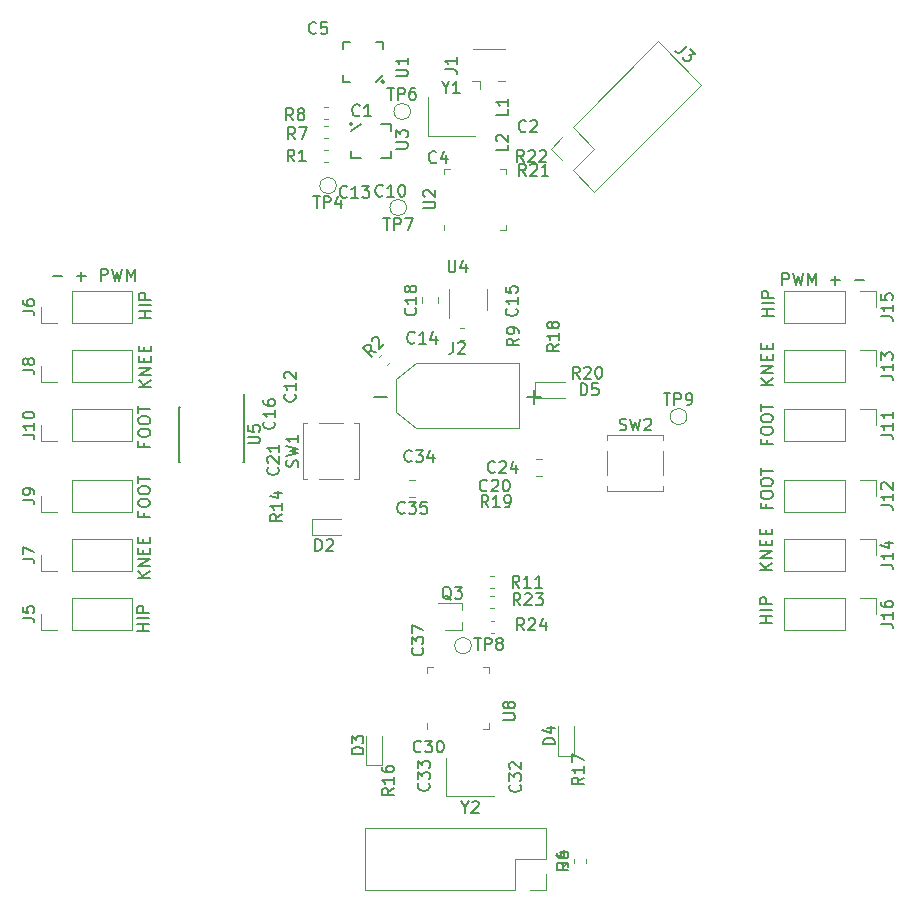
<source format=gto>
G04 #@! TF.GenerationSoftware,KiCad,Pcbnew,5.1.5*
G04 #@! TF.CreationDate,2020-04-28T07:55:38-04:00*
G04 #@! TF.ProjectId,ball-spider,62616c6c-2d73-4706-9964-65722e6b6963,rev?*
G04 #@! TF.SameCoordinates,Original*
G04 #@! TF.FileFunction,Legend,Top*
G04 #@! TF.FilePolarity,Positive*
%FSLAX46Y46*%
G04 Gerber Fmt 4.6, Leading zero omitted, Abs format (unit mm)*
G04 Created by KiCad (PCBNEW 5.1.5) date 2020-04-28 07:55:38*
%MOMM*%
%LPD*%
G04 APERTURE LIST*
%ADD10C,0.152400*%
%ADD11C,0.120000*%
%ADD12C,0.150000*%
G04 APERTURE END LIST*
D10*
X23829619Y-64430190D02*
X22813619Y-64430190D01*
X23297428Y-64430190D02*
X23297428Y-63849619D01*
X23829619Y-63849619D02*
X22813619Y-63849619D01*
X23829619Y-63365809D02*
X22813619Y-63365809D01*
X23829619Y-62882000D02*
X22813619Y-62882000D01*
X22813619Y-62494952D01*
X22862000Y-62398190D01*
X22910380Y-62349809D01*
X23007142Y-62301428D01*
X23152285Y-62301428D01*
X23249047Y-62349809D01*
X23297428Y-62398190D01*
X23345809Y-62494952D01*
X23345809Y-62882000D01*
X23859619Y-59967523D02*
X22843619Y-59967523D01*
X23859619Y-59386952D02*
X23279047Y-59822380D01*
X22843619Y-59386952D02*
X23424190Y-59967523D01*
X23859619Y-58951523D02*
X22843619Y-58951523D01*
X23859619Y-58370952D01*
X22843619Y-58370952D01*
X23327428Y-57887142D02*
X23327428Y-57548476D01*
X23859619Y-57403333D02*
X23859619Y-57887142D01*
X22843619Y-57887142D01*
X22843619Y-57403333D01*
X23327428Y-56967904D02*
X23327428Y-56629238D01*
X23859619Y-56484095D02*
X23859619Y-56967904D01*
X22843619Y-56967904D01*
X22843619Y-56484095D01*
X23367428Y-54416285D02*
X23367428Y-54754952D01*
X23899619Y-54754952D02*
X22883619Y-54754952D01*
X22883619Y-54271142D01*
X22883619Y-53690571D02*
X22883619Y-53497047D01*
X22932000Y-53400285D01*
X23028761Y-53303523D01*
X23222285Y-53255142D01*
X23560952Y-53255142D01*
X23754476Y-53303523D01*
X23851238Y-53400285D01*
X23899619Y-53497047D01*
X23899619Y-53690571D01*
X23851238Y-53787333D01*
X23754476Y-53884095D01*
X23560952Y-53932476D01*
X23222285Y-53932476D01*
X23028761Y-53884095D01*
X22932000Y-53787333D01*
X22883619Y-53690571D01*
X22883619Y-52626190D02*
X22883619Y-52432666D01*
X22932000Y-52335904D01*
X23028761Y-52239142D01*
X23222285Y-52190761D01*
X23560952Y-52190761D01*
X23754476Y-52239142D01*
X23851238Y-52335904D01*
X23899619Y-52432666D01*
X23899619Y-52626190D01*
X23851238Y-52722952D01*
X23754476Y-52819714D01*
X23560952Y-52868095D01*
X23222285Y-52868095D01*
X23028761Y-52819714D01*
X22932000Y-52722952D01*
X22883619Y-52626190D01*
X22883619Y-51900476D02*
X22883619Y-51319904D01*
X23899619Y-51610190D02*
X22883619Y-51610190D01*
X76549619Y-63730190D02*
X75533619Y-63730190D01*
X76017428Y-63730190D02*
X76017428Y-63149619D01*
X76549619Y-63149619D02*
X75533619Y-63149619D01*
X76549619Y-62665809D02*
X75533619Y-62665809D01*
X76549619Y-62182000D02*
X75533619Y-62182000D01*
X75533619Y-61794952D01*
X75582000Y-61698190D01*
X75630380Y-61649809D01*
X75727142Y-61601428D01*
X75872285Y-61601428D01*
X75969047Y-61649809D01*
X76017428Y-61698190D01*
X76065809Y-61794952D01*
X76065809Y-62182000D01*
X76579619Y-59267523D02*
X75563619Y-59267523D01*
X76579619Y-58686952D02*
X75999047Y-59122380D01*
X75563619Y-58686952D02*
X76144190Y-59267523D01*
X76579619Y-58251523D02*
X75563619Y-58251523D01*
X76579619Y-57670952D01*
X75563619Y-57670952D01*
X76047428Y-57187142D02*
X76047428Y-56848476D01*
X76579619Y-56703333D02*
X76579619Y-57187142D01*
X75563619Y-57187142D01*
X75563619Y-56703333D01*
X76047428Y-56267904D02*
X76047428Y-55929238D01*
X76579619Y-55784095D02*
X76579619Y-56267904D01*
X75563619Y-56267904D01*
X75563619Y-55784095D01*
X76087428Y-53716285D02*
X76087428Y-54054952D01*
X76619619Y-54054952D02*
X75603619Y-54054952D01*
X75603619Y-53571142D01*
X75603619Y-52990571D02*
X75603619Y-52797047D01*
X75652000Y-52700285D01*
X75748761Y-52603523D01*
X75942285Y-52555142D01*
X76280952Y-52555142D01*
X76474476Y-52603523D01*
X76571238Y-52700285D01*
X76619619Y-52797047D01*
X76619619Y-52990571D01*
X76571238Y-53087333D01*
X76474476Y-53184095D01*
X76280952Y-53232476D01*
X75942285Y-53232476D01*
X75748761Y-53184095D01*
X75652000Y-53087333D01*
X75603619Y-52990571D01*
X75603619Y-51926190D02*
X75603619Y-51732666D01*
X75652000Y-51635904D01*
X75748761Y-51539142D01*
X75942285Y-51490761D01*
X76280952Y-51490761D01*
X76474476Y-51539142D01*
X76571238Y-51635904D01*
X76619619Y-51732666D01*
X76619619Y-51926190D01*
X76571238Y-52022952D01*
X76474476Y-52119714D01*
X76280952Y-52168095D01*
X75942285Y-52168095D01*
X75748761Y-52119714D01*
X75652000Y-52022952D01*
X75603619Y-51926190D01*
X75603619Y-51200476D02*
X75603619Y-50619904D01*
X76619619Y-50910190D02*
X75603619Y-50910190D01*
X76709619Y-37760190D02*
X75693619Y-37760190D01*
X76177428Y-37760190D02*
X76177428Y-37179619D01*
X76709619Y-37179619D02*
X75693619Y-37179619D01*
X76709619Y-36695809D02*
X75693619Y-36695809D01*
X76709619Y-36212000D02*
X75693619Y-36212000D01*
X75693619Y-35824952D01*
X75742000Y-35728190D01*
X75790380Y-35679809D01*
X75887142Y-35631428D01*
X76032285Y-35631428D01*
X76129047Y-35679809D01*
X76177428Y-35728190D01*
X76225809Y-35824952D01*
X76225809Y-36212000D01*
X76679619Y-43577523D02*
X75663619Y-43577523D01*
X76679619Y-42996952D02*
X76099047Y-43432380D01*
X75663619Y-42996952D02*
X76244190Y-43577523D01*
X76679619Y-42561523D02*
X75663619Y-42561523D01*
X76679619Y-41980952D01*
X75663619Y-41980952D01*
X76147428Y-41497142D02*
X76147428Y-41158476D01*
X76679619Y-41013333D02*
X76679619Y-41497142D01*
X75663619Y-41497142D01*
X75663619Y-41013333D01*
X76147428Y-40577904D02*
X76147428Y-40239238D01*
X76679619Y-40094095D02*
X76679619Y-40577904D01*
X75663619Y-40577904D01*
X75663619Y-40094095D01*
X76107428Y-48306285D02*
X76107428Y-48644952D01*
X76639619Y-48644952D02*
X75623619Y-48644952D01*
X75623619Y-48161142D01*
X75623619Y-47580571D02*
X75623619Y-47387047D01*
X75672000Y-47290285D01*
X75768761Y-47193523D01*
X75962285Y-47145142D01*
X76300952Y-47145142D01*
X76494476Y-47193523D01*
X76591238Y-47290285D01*
X76639619Y-47387047D01*
X76639619Y-47580571D01*
X76591238Y-47677333D01*
X76494476Y-47774095D01*
X76300952Y-47822476D01*
X75962285Y-47822476D01*
X75768761Y-47774095D01*
X75672000Y-47677333D01*
X75623619Y-47580571D01*
X75623619Y-46516190D02*
X75623619Y-46322666D01*
X75672000Y-46225904D01*
X75768761Y-46129142D01*
X75962285Y-46080761D01*
X76300952Y-46080761D01*
X76494476Y-46129142D01*
X76591238Y-46225904D01*
X76639619Y-46322666D01*
X76639619Y-46516190D01*
X76591238Y-46612952D01*
X76494476Y-46709714D01*
X76300952Y-46758095D01*
X75962285Y-46758095D01*
X75768761Y-46709714D01*
X75672000Y-46612952D01*
X75623619Y-46516190D01*
X75623619Y-45790476D02*
X75623619Y-45209904D01*
X76639619Y-45500190D02*
X75623619Y-45500190D01*
X23377428Y-48486285D02*
X23377428Y-48824952D01*
X23909619Y-48824952D02*
X22893619Y-48824952D01*
X22893619Y-48341142D01*
X22893619Y-47760571D02*
X22893619Y-47567047D01*
X22942000Y-47470285D01*
X23038761Y-47373523D01*
X23232285Y-47325142D01*
X23570952Y-47325142D01*
X23764476Y-47373523D01*
X23861238Y-47470285D01*
X23909619Y-47567047D01*
X23909619Y-47760571D01*
X23861238Y-47857333D01*
X23764476Y-47954095D01*
X23570952Y-48002476D01*
X23232285Y-48002476D01*
X23038761Y-47954095D01*
X22942000Y-47857333D01*
X22893619Y-47760571D01*
X22893619Y-46696190D02*
X22893619Y-46502666D01*
X22942000Y-46405904D01*
X23038761Y-46309142D01*
X23232285Y-46260761D01*
X23570952Y-46260761D01*
X23764476Y-46309142D01*
X23861238Y-46405904D01*
X23909619Y-46502666D01*
X23909619Y-46696190D01*
X23861238Y-46792952D01*
X23764476Y-46889714D01*
X23570952Y-46938095D01*
X23232285Y-46938095D01*
X23038761Y-46889714D01*
X22942000Y-46792952D01*
X22893619Y-46696190D01*
X22893619Y-45970476D02*
X22893619Y-45389904D01*
X23909619Y-45680190D02*
X22893619Y-45680190D01*
X23949619Y-43757523D02*
X22933619Y-43757523D01*
X23949619Y-43176952D02*
X23369047Y-43612380D01*
X22933619Y-43176952D02*
X23514190Y-43757523D01*
X23949619Y-42741523D02*
X22933619Y-42741523D01*
X23949619Y-42160952D01*
X22933619Y-42160952D01*
X23417428Y-41677142D02*
X23417428Y-41338476D01*
X23949619Y-41193333D02*
X23949619Y-41677142D01*
X22933619Y-41677142D01*
X22933619Y-41193333D01*
X23417428Y-40757904D02*
X23417428Y-40419238D01*
X23949619Y-40274095D02*
X23949619Y-40757904D01*
X22933619Y-40757904D01*
X22933619Y-40274095D01*
X23979619Y-37940190D02*
X22963619Y-37940190D01*
X23447428Y-37940190D02*
X23447428Y-37359619D01*
X23979619Y-37359619D02*
X22963619Y-37359619D01*
X23979619Y-36875809D02*
X22963619Y-36875809D01*
X23979619Y-36392000D02*
X22963619Y-36392000D01*
X22963619Y-36004952D01*
X23012000Y-35908190D01*
X23060380Y-35859809D01*
X23157142Y-35811428D01*
X23302285Y-35811428D01*
X23399047Y-35859809D01*
X23447428Y-35908190D01*
X23495809Y-36004952D01*
X23495809Y-36392000D01*
X77440761Y-35149619D02*
X77440761Y-34133619D01*
X77827809Y-34133619D01*
X77924571Y-34182000D01*
X77972952Y-34230380D01*
X78021333Y-34327142D01*
X78021333Y-34472285D01*
X77972952Y-34569047D01*
X77924571Y-34617428D01*
X77827809Y-34665809D01*
X77440761Y-34665809D01*
X78360000Y-34133619D02*
X78601904Y-35149619D01*
X78795428Y-34423904D01*
X78988952Y-35149619D01*
X79230857Y-34133619D01*
X79617904Y-35149619D02*
X79617904Y-34133619D01*
X79956571Y-34859333D01*
X80295238Y-34133619D01*
X80295238Y-35149619D01*
X81553142Y-34762571D02*
X82327238Y-34762571D01*
X81940190Y-35149619D02*
X81940190Y-34375523D01*
X83585142Y-34762571D02*
X84359238Y-34762571D01*
X15680761Y-34392571D02*
X16454857Y-34392571D01*
X17712761Y-34392571D02*
X18486857Y-34392571D01*
X18099809Y-34779619D02*
X18099809Y-34005523D01*
X19744761Y-34779619D02*
X19744761Y-33763619D01*
X20131809Y-33763619D01*
X20228571Y-33812000D01*
X20276952Y-33860380D01*
X20325333Y-33957142D01*
X20325333Y-34102285D01*
X20276952Y-34199047D01*
X20228571Y-34247428D01*
X20131809Y-34295809D01*
X19744761Y-34295809D01*
X20664000Y-33763619D02*
X20905904Y-34779619D01*
X21099428Y-34053904D01*
X21292952Y-34779619D01*
X21534857Y-33763619D01*
X21921904Y-34779619D02*
X21921904Y-33763619D01*
X22260571Y-34489333D01*
X22599238Y-33763619D01*
X22599238Y-34779619D01*
D11*
X51100000Y-65680000D02*
G75*
G03X51100000Y-65680000I-700000J0D01*
G01*
X52737221Y-64610000D02*
X53062779Y-64610000D01*
X52737221Y-63590000D02*
X53062779Y-63590000D01*
X53012779Y-61440000D02*
X52687221Y-61440000D01*
X53012779Y-62460000D02*
X52687221Y-62460000D01*
X52697221Y-60840000D02*
X53022779Y-60840000D01*
X52697221Y-59820000D02*
X53022779Y-59820000D01*
X48870000Y-64360000D02*
X50280000Y-64360000D01*
X50280000Y-62040000D02*
X48250000Y-62040000D01*
X50280000Y-62040000D02*
X50280000Y-62700000D01*
X50280000Y-63700000D02*
X50280000Y-64360000D01*
X69360000Y-46280000D02*
G75*
G03X69360000Y-46280000I-700000J0D01*
G01*
X45620000Y-28580000D02*
G75*
G03X45620000Y-28580000I-700000J0D01*
G01*
X45950000Y-20450000D02*
G75*
G03X45950000Y-20450000I-700000J0D01*
G01*
X39680000Y-26730000D02*
G75*
G03X39680000Y-26730000I-700000J0D01*
G01*
D12*
X41070000Y-21530000D02*
G75*
G03X41070000Y-21530000I-150000J0D01*
G01*
X44320000Y-21530000D02*
X43470000Y-21530000D01*
X44320000Y-22130000D02*
X44320000Y-21530000D01*
X44320000Y-24430000D02*
X44320000Y-23830000D01*
X43470000Y-24430000D02*
X44320000Y-24430000D01*
X41770000Y-24430000D02*
X40920000Y-24430000D01*
X40920000Y-24430000D02*
X40920000Y-23830000D01*
X40920000Y-22130000D02*
X41770000Y-21530000D01*
D11*
X62630000Y-51230000D02*
X62630000Y-49170000D01*
X67370000Y-51230000D02*
X67370000Y-49170000D01*
X67370000Y-52570000D02*
X67370000Y-52170000D01*
X62630000Y-52570000D02*
X67370000Y-52570000D01*
X62630000Y-52570000D02*
X62630000Y-52170000D01*
X67370000Y-47830000D02*
X67370000Y-48230000D01*
X62630000Y-47830000D02*
X62630000Y-48230000D01*
X62630000Y-47830000D02*
X67370000Y-47830000D01*
X40230000Y-51570000D02*
X38170000Y-51570000D01*
X40230000Y-46830000D02*
X38170000Y-46830000D01*
X41570000Y-46830000D02*
X41170000Y-46830000D01*
X41570000Y-51570000D02*
X41570000Y-46830000D01*
X41570000Y-51570000D02*
X41170000Y-51570000D01*
X36830000Y-46830000D02*
X37230000Y-46830000D01*
X36830000Y-51570000D02*
X37230000Y-51570000D01*
X36830000Y-51570000D02*
X36830000Y-46830000D01*
X49000000Y-78450000D02*
X53000000Y-78450000D01*
X49000000Y-75150000D02*
X49000000Y-78450000D01*
X47400000Y-22550000D02*
X51400000Y-22550000D01*
X47400000Y-19250000D02*
X47400000Y-22550000D01*
X47390000Y-72235000D02*
X47390000Y-72710000D01*
X52610000Y-67490000D02*
X52135000Y-67490000D01*
X52610000Y-67965000D02*
X52610000Y-67490000D01*
X52610000Y-72710000D02*
X52135000Y-72710000D01*
X52610000Y-72235000D02*
X52610000Y-72710000D01*
X47390000Y-67490000D02*
X47865000Y-67490000D01*
X47390000Y-67965000D02*
X47390000Y-67490000D01*
D12*
X26375000Y-45475000D02*
X26375000Y-50125000D01*
X31900000Y-44400000D02*
X31900000Y-50100000D01*
X26375000Y-45475000D02*
X26400000Y-45475000D01*
X26375000Y-50125000D02*
X26400000Y-50125000D01*
X31900000Y-50100000D02*
X31800000Y-50100000D01*
D11*
X49190000Y-35500000D02*
X49190000Y-37950000D01*
X52410000Y-37300000D02*
X52410000Y-35500000D01*
X48790000Y-30035000D02*
X48790000Y-30510000D01*
X54010000Y-25290000D02*
X53535000Y-25290000D01*
X54010000Y-25765000D02*
X54010000Y-25290000D01*
X54010000Y-30510000D02*
X53535000Y-30510000D01*
X54010000Y-30035000D02*
X54010000Y-30510000D01*
X48790000Y-25290000D02*
X49265000Y-25290000D01*
X48790000Y-25765000D02*
X48790000Y-25290000D01*
D12*
X43770000Y-17930000D02*
G75*
G03X43770000Y-17930000I-150000J0D01*
G01*
X40220000Y-17930000D02*
X40825000Y-17930000D01*
X40220000Y-17325000D02*
X40220000Y-17930000D01*
X40220000Y-14530000D02*
X40220000Y-15135000D01*
X40825000Y-14530000D02*
X40220000Y-14530000D01*
X43015000Y-14530000D02*
X43620000Y-14530000D01*
X43620000Y-14530000D02*
X43620000Y-15135000D01*
X43620000Y-17325000D02*
X43015000Y-17930000D01*
D11*
X38637221Y-21110000D02*
X38962779Y-21110000D01*
X38637221Y-20090000D02*
X38962779Y-20090000D01*
X38647221Y-22710000D02*
X38972779Y-22710000D01*
X38647221Y-21690000D02*
X38972779Y-21690000D01*
X60810000Y-84062779D02*
X60810000Y-83737221D01*
X59790000Y-84062779D02*
X59790000Y-83737221D01*
X43504478Y-40974273D02*
X43274273Y-41204478D01*
X44225727Y-41695522D02*
X43995522Y-41925727D01*
X38972779Y-23730000D02*
X38647221Y-23730000D01*
X38972779Y-24750000D02*
X38647221Y-24750000D01*
X85330000Y-61670000D02*
X85330000Y-63000000D01*
X84000000Y-61670000D02*
X85330000Y-61670000D01*
X82730000Y-61670000D02*
X82730000Y-64330000D01*
X82730000Y-64330000D02*
X77590000Y-64330000D01*
X82730000Y-61670000D02*
X77590000Y-61670000D01*
X77590000Y-61670000D02*
X77590000Y-64330000D01*
X85330000Y-35670000D02*
X85330000Y-37000000D01*
X84000000Y-35670000D02*
X85330000Y-35670000D01*
X82730000Y-35670000D02*
X82730000Y-38330000D01*
X82730000Y-38330000D02*
X77590000Y-38330000D01*
X82730000Y-35670000D02*
X77590000Y-35670000D01*
X77590000Y-35670000D02*
X77590000Y-38330000D01*
X85330000Y-56670000D02*
X85330000Y-58000000D01*
X84000000Y-56670000D02*
X85330000Y-56670000D01*
X82730000Y-56670000D02*
X82730000Y-59330000D01*
X82730000Y-59330000D02*
X77590000Y-59330000D01*
X82730000Y-56670000D02*
X77590000Y-56670000D01*
X77590000Y-56670000D02*
X77590000Y-59330000D01*
X85330000Y-40670000D02*
X85330000Y-42000000D01*
X84000000Y-40670000D02*
X85330000Y-40670000D01*
X82730000Y-40670000D02*
X82730000Y-43330000D01*
X82730000Y-43330000D02*
X77590000Y-43330000D01*
X82730000Y-40670000D02*
X77590000Y-40670000D01*
X77590000Y-40670000D02*
X77590000Y-43330000D01*
X85330000Y-51670000D02*
X85330000Y-53000000D01*
X84000000Y-51670000D02*
X85330000Y-51670000D01*
X82730000Y-51670000D02*
X82730000Y-54330000D01*
X82730000Y-54330000D02*
X77590000Y-54330000D01*
X82730000Y-51670000D02*
X77590000Y-51670000D01*
X77590000Y-51670000D02*
X77590000Y-54330000D01*
X85330000Y-45670000D02*
X85330000Y-47000000D01*
X84000000Y-45670000D02*
X85330000Y-45670000D01*
X82730000Y-45670000D02*
X82730000Y-48330000D01*
X82730000Y-48330000D02*
X77590000Y-48330000D01*
X82730000Y-45670000D02*
X77590000Y-45670000D01*
X77590000Y-45670000D02*
X77590000Y-48330000D01*
X14670000Y-48330000D02*
X14670000Y-47000000D01*
X16000000Y-48330000D02*
X14670000Y-48330000D01*
X17270000Y-48330000D02*
X17270000Y-45670000D01*
X17270000Y-45670000D02*
X22410000Y-45670000D01*
X17270000Y-48330000D02*
X22410000Y-48330000D01*
X22410000Y-48330000D02*
X22410000Y-45670000D01*
X14670000Y-54330000D02*
X14670000Y-53000000D01*
X16000000Y-54330000D02*
X14670000Y-54330000D01*
X17270000Y-54330000D02*
X17270000Y-51670000D01*
X17270000Y-51670000D02*
X22410000Y-51670000D01*
X17270000Y-54330000D02*
X22410000Y-54330000D01*
X22410000Y-54330000D02*
X22410000Y-51670000D01*
X14670000Y-43330000D02*
X14670000Y-42000000D01*
X16000000Y-43330000D02*
X14670000Y-43330000D01*
X17270000Y-43330000D02*
X17270000Y-40670000D01*
X17270000Y-40670000D02*
X22410000Y-40670000D01*
X17270000Y-43330000D02*
X22410000Y-43330000D01*
X22410000Y-43330000D02*
X22410000Y-40670000D01*
X14670000Y-59330000D02*
X14670000Y-58000000D01*
X16000000Y-59330000D02*
X14670000Y-59330000D01*
X17270000Y-59330000D02*
X17270000Y-56670000D01*
X17270000Y-56670000D02*
X22410000Y-56670000D01*
X17270000Y-59330000D02*
X22410000Y-59330000D01*
X22410000Y-59330000D02*
X22410000Y-56670000D01*
X14670000Y-38330000D02*
X14670000Y-37000000D01*
X16000000Y-38330000D02*
X14670000Y-38330000D01*
X17270000Y-38330000D02*
X17270000Y-35670000D01*
X17270000Y-35670000D02*
X22410000Y-35670000D01*
X17270000Y-38330000D02*
X22410000Y-38330000D01*
X22410000Y-38330000D02*
X22410000Y-35670000D01*
X14670000Y-64330000D02*
X14670000Y-63000000D01*
X16000000Y-64330000D02*
X14670000Y-64330000D01*
X17270000Y-64330000D02*
X17270000Y-61670000D01*
X17270000Y-61670000D02*
X22410000Y-61670000D01*
X17270000Y-64330000D02*
X22410000Y-64330000D01*
X22410000Y-64330000D02*
X22410000Y-61670000D01*
X57430000Y-85000000D02*
X57430000Y-86330000D01*
X57430000Y-86330000D02*
X56100000Y-86330000D01*
X57430000Y-83730000D02*
X54830000Y-83730000D01*
X54830000Y-83730000D02*
X54830000Y-86330000D01*
X54830000Y-86330000D02*
X42070000Y-86330000D01*
X42070000Y-81130000D02*
X42070000Y-86330000D01*
X57430000Y-81130000D02*
X42070000Y-81130000D01*
X57430000Y-81130000D02*
X57430000Y-83730000D01*
X58779548Y-24530452D02*
X57839096Y-23590000D01*
X57839096Y-23590000D02*
X58779548Y-22649548D01*
X59677574Y-25428478D02*
X61516051Y-23590000D01*
X61516051Y-23590000D02*
X59677574Y-21751522D01*
X59677574Y-21751522D02*
X66904205Y-14524891D01*
X70581160Y-18201846D02*
X66904205Y-14524891D01*
X61516051Y-27266955D02*
X70581160Y-18201846D01*
X61516051Y-27266955D02*
X59677574Y-25428478D01*
X44690000Y-43090000D02*
X44690000Y-45910000D01*
X44690000Y-45910000D02*
X46390000Y-47210000D01*
X44690000Y-43090000D02*
X46390000Y-41790000D01*
X46390000Y-47210000D02*
X55110000Y-47210000D01*
X55110000Y-41790000D02*
X55110000Y-47210000D01*
X46390000Y-41790000D02*
X55110000Y-41790000D01*
X51200000Y-17885000D02*
X51840000Y-17885000D01*
X54000000Y-17885000D02*
X53360000Y-17885000D01*
X51840000Y-17885000D02*
X51840000Y-18515000D01*
X51250000Y-15165000D02*
X53950000Y-15165000D01*
X56515000Y-44685000D02*
X59000000Y-44685000D01*
X56515000Y-43315000D02*
X56515000Y-44685000D01*
X59000000Y-43315000D02*
X56515000Y-43315000D01*
X59785000Y-74985000D02*
X59785000Y-72500000D01*
X58415000Y-74985000D02*
X59785000Y-74985000D01*
X58415000Y-72500000D02*
X58415000Y-74985000D01*
X43585000Y-75785000D02*
X43585000Y-73300000D01*
X42215000Y-75785000D02*
X43585000Y-75785000D01*
X42215000Y-73300000D02*
X42215000Y-75785000D01*
X37615000Y-56285000D02*
X40100000Y-56285000D01*
X37615000Y-54915000D02*
X37615000Y-56285000D01*
X40100000Y-54915000D02*
X37615000Y-54915000D01*
X46358578Y-51690000D02*
X45841422Y-51690000D01*
X46358578Y-53110000D02*
X45841422Y-53110000D01*
X56603922Y-51310000D02*
X57121078Y-51310000D01*
X56603922Y-49890000D02*
X57121078Y-49890000D01*
X46890000Y-36141422D02*
X46890000Y-36658578D01*
X48310000Y-36141422D02*
X48310000Y-36658578D01*
X50137221Y-39810000D02*
X50462779Y-39810000D01*
X50137221Y-38790000D02*
X50462779Y-38790000D01*
D12*
X51348095Y-65042380D02*
X51919523Y-65042380D01*
X51633809Y-66042380D02*
X51633809Y-65042380D01*
X52252857Y-66042380D02*
X52252857Y-65042380D01*
X52633809Y-65042380D01*
X52729047Y-65090000D01*
X52776666Y-65137619D01*
X52824285Y-65232857D01*
X52824285Y-65375714D01*
X52776666Y-65470952D01*
X52729047Y-65518571D01*
X52633809Y-65566190D01*
X52252857Y-65566190D01*
X53395714Y-65470952D02*
X53300476Y-65423333D01*
X53252857Y-65375714D01*
X53205238Y-65280476D01*
X53205238Y-65232857D01*
X53252857Y-65137619D01*
X53300476Y-65090000D01*
X53395714Y-65042380D01*
X53586190Y-65042380D01*
X53681428Y-65090000D01*
X53729047Y-65137619D01*
X53776666Y-65232857D01*
X53776666Y-65280476D01*
X53729047Y-65375714D01*
X53681428Y-65423333D01*
X53586190Y-65470952D01*
X53395714Y-65470952D01*
X53300476Y-65518571D01*
X53252857Y-65566190D01*
X53205238Y-65661428D01*
X53205238Y-65851904D01*
X53252857Y-65947142D01*
X53300476Y-65994761D01*
X53395714Y-66042380D01*
X53586190Y-66042380D01*
X53681428Y-65994761D01*
X53729047Y-65947142D01*
X53776666Y-65851904D01*
X53776666Y-65661428D01*
X53729047Y-65566190D01*
X53681428Y-65518571D01*
X53586190Y-65470952D01*
X55587142Y-64372380D02*
X55253809Y-63896190D01*
X55015714Y-64372380D02*
X55015714Y-63372380D01*
X55396666Y-63372380D01*
X55491904Y-63420000D01*
X55539523Y-63467619D01*
X55587142Y-63562857D01*
X55587142Y-63705714D01*
X55539523Y-63800952D01*
X55491904Y-63848571D01*
X55396666Y-63896190D01*
X55015714Y-63896190D01*
X55968095Y-63467619D02*
X56015714Y-63420000D01*
X56110952Y-63372380D01*
X56349047Y-63372380D01*
X56444285Y-63420000D01*
X56491904Y-63467619D01*
X56539523Y-63562857D01*
X56539523Y-63658095D01*
X56491904Y-63800952D01*
X55920476Y-64372380D01*
X56539523Y-64372380D01*
X57396666Y-63705714D02*
X57396666Y-64372380D01*
X57158571Y-63324761D02*
X56920476Y-64039047D01*
X57539523Y-64039047D01*
X55257142Y-62252380D02*
X54923809Y-61776190D01*
X54685714Y-62252380D02*
X54685714Y-61252380D01*
X55066666Y-61252380D01*
X55161904Y-61300000D01*
X55209523Y-61347619D01*
X55257142Y-61442857D01*
X55257142Y-61585714D01*
X55209523Y-61680952D01*
X55161904Y-61728571D01*
X55066666Y-61776190D01*
X54685714Y-61776190D01*
X55638095Y-61347619D02*
X55685714Y-61300000D01*
X55780952Y-61252380D01*
X56019047Y-61252380D01*
X56114285Y-61300000D01*
X56161904Y-61347619D01*
X56209523Y-61442857D01*
X56209523Y-61538095D01*
X56161904Y-61680952D01*
X55590476Y-62252380D01*
X56209523Y-62252380D01*
X56542857Y-61252380D02*
X57161904Y-61252380D01*
X56828571Y-61633333D01*
X56971428Y-61633333D01*
X57066666Y-61680952D01*
X57114285Y-61728571D01*
X57161904Y-61823809D01*
X57161904Y-62061904D01*
X57114285Y-62157142D01*
X57066666Y-62204761D01*
X56971428Y-62252380D01*
X56685714Y-62252380D01*
X56590476Y-62204761D01*
X56542857Y-62157142D01*
X55177142Y-60762380D02*
X54843809Y-60286190D01*
X54605714Y-60762380D02*
X54605714Y-59762380D01*
X54986666Y-59762380D01*
X55081904Y-59810000D01*
X55129523Y-59857619D01*
X55177142Y-59952857D01*
X55177142Y-60095714D01*
X55129523Y-60190952D01*
X55081904Y-60238571D01*
X54986666Y-60286190D01*
X54605714Y-60286190D01*
X56129523Y-60762380D02*
X55558095Y-60762380D01*
X55843809Y-60762380D02*
X55843809Y-59762380D01*
X55748571Y-59905238D01*
X55653333Y-60000476D01*
X55558095Y-60048095D01*
X57081904Y-60762380D02*
X56510476Y-60762380D01*
X56796190Y-60762380D02*
X56796190Y-59762380D01*
X56700952Y-59905238D01*
X56605714Y-60000476D01*
X56510476Y-60048095D01*
X49404761Y-61797619D02*
X49309523Y-61750000D01*
X49214285Y-61654761D01*
X49071428Y-61511904D01*
X48976190Y-61464285D01*
X48880952Y-61464285D01*
X48928571Y-61702380D02*
X48833333Y-61654761D01*
X48738095Y-61559523D01*
X48690476Y-61369047D01*
X48690476Y-61035714D01*
X48738095Y-60845238D01*
X48833333Y-60750000D01*
X48928571Y-60702380D01*
X49119047Y-60702380D01*
X49214285Y-60750000D01*
X49309523Y-60845238D01*
X49357142Y-61035714D01*
X49357142Y-61369047D01*
X49309523Y-61559523D01*
X49214285Y-61654761D01*
X49119047Y-61702380D01*
X48928571Y-61702380D01*
X49690476Y-60702380D02*
X50309523Y-60702380D01*
X49976190Y-61083333D01*
X50119047Y-61083333D01*
X50214285Y-61130952D01*
X50261904Y-61178571D01*
X50309523Y-61273809D01*
X50309523Y-61511904D01*
X50261904Y-61607142D01*
X50214285Y-61654761D01*
X50119047Y-61702380D01*
X49833333Y-61702380D01*
X49738095Y-61654761D01*
X49690476Y-61607142D01*
X46947142Y-65862857D02*
X46994761Y-65910476D01*
X47042380Y-66053333D01*
X47042380Y-66148571D01*
X46994761Y-66291428D01*
X46899523Y-66386666D01*
X46804285Y-66434285D01*
X46613809Y-66481904D01*
X46470952Y-66481904D01*
X46280476Y-66434285D01*
X46185238Y-66386666D01*
X46090000Y-66291428D01*
X46042380Y-66148571D01*
X46042380Y-66053333D01*
X46090000Y-65910476D01*
X46137619Y-65862857D01*
X46042380Y-65529523D02*
X46042380Y-64910476D01*
X46423333Y-65243809D01*
X46423333Y-65100952D01*
X46470952Y-65005714D01*
X46518571Y-64958095D01*
X46613809Y-64910476D01*
X46851904Y-64910476D01*
X46947142Y-64958095D01*
X46994761Y-65005714D01*
X47042380Y-65100952D01*
X47042380Y-65386666D01*
X46994761Y-65481904D01*
X46947142Y-65529523D01*
X46042380Y-64577142D02*
X46042380Y-63910476D01*
X47042380Y-64339047D01*
X67398095Y-44284380D02*
X67969523Y-44284380D01*
X67683809Y-45284380D02*
X67683809Y-44284380D01*
X68302857Y-45284380D02*
X68302857Y-44284380D01*
X68683809Y-44284380D01*
X68779047Y-44332000D01*
X68826666Y-44379619D01*
X68874285Y-44474857D01*
X68874285Y-44617714D01*
X68826666Y-44712952D01*
X68779047Y-44760571D01*
X68683809Y-44808190D01*
X68302857Y-44808190D01*
X69350476Y-45284380D02*
X69540952Y-45284380D01*
X69636190Y-45236761D01*
X69683809Y-45189142D01*
X69779047Y-45046285D01*
X69826666Y-44855809D01*
X69826666Y-44474857D01*
X69779047Y-44379619D01*
X69731428Y-44332000D01*
X69636190Y-44284380D01*
X69445714Y-44284380D01*
X69350476Y-44332000D01*
X69302857Y-44379619D01*
X69255238Y-44474857D01*
X69255238Y-44712952D01*
X69302857Y-44808190D01*
X69350476Y-44855809D01*
X69445714Y-44903428D01*
X69636190Y-44903428D01*
X69731428Y-44855809D01*
X69779047Y-44808190D01*
X69826666Y-44712952D01*
X43658095Y-29480380D02*
X44229523Y-29480380D01*
X43943809Y-30480380D02*
X43943809Y-29480380D01*
X44562857Y-30480380D02*
X44562857Y-29480380D01*
X44943809Y-29480380D01*
X45039047Y-29528000D01*
X45086666Y-29575619D01*
X45134285Y-29670857D01*
X45134285Y-29813714D01*
X45086666Y-29908952D01*
X45039047Y-29956571D01*
X44943809Y-30004190D01*
X44562857Y-30004190D01*
X45467619Y-29480380D02*
X46134285Y-29480380D01*
X45705714Y-30480380D01*
X43988095Y-18454380D02*
X44559523Y-18454380D01*
X44273809Y-19454380D02*
X44273809Y-18454380D01*
X44892857Y-19454380D02*
X44892857Y-18454380D01*
X45273809Y-18454380D01*
X45369047Y-18502000D01*
X45416666Y-18549619D01*
X45464285Y-18644857D01*
X45464285Y-18787714D01*
X45416666Y-18882952D01*
X45369047Y-18930571D01*
X45273809Y-18978190D01*
X44892857Y-18978190D01*
X46321428Y-18454380D02*
X46130952Y-18454380D01*
X46035714Y-18502000D01*
X45988095Y-18549619D01*
X45892857Y-18692476D01*
X45845238Y-18882952D01*
X45845238Y-19263904D01*
X45892857Y-19359142D01*
X45940476Y-19406761D01*
X46035714Y-19454380D01*
X46226190Y-19454380D01*
X46321428Y-19406761D01*
X46369047Y-19359142D01*
X46416666Y-19263904D01*
X46416666Y-19025809D01*
X46369047Y-18930571D01*
X46321428Y-18882952D01*
X46226190Y-18835333D01*
X46035714Y-18835333D01*
X45940476Y-18882952D01*
X45892857Y-18930571D01*
X45845238Y-19025809D01*
X37718095Y-27630380D02*
X38289523Y-27630380D01*
X38003809Y-28630380D02*
X38003809Y-27630380D01*
X38622857Y-28630380D02*
X38622857Y-27630380D01*
X39003809Y-27630380D01*
X39099047Y-27678000D01*
X39146666Y-27725619D01*
X39194285Y-27820857D01*
X39194285Y-27963714D01*
X39146666Y-28058952D01*
X39099047Y-28106571D01*
X39003809Y-28154190D01*
X38622857Y-28154190D01*
X40051428Y-27963714D02*
X40051428Y-28630380D01*
X39813333Y-27582761D02*
X39575238Y-28297047D01*
X40194285Y-28297047D01*
X44712380Y-23601904D02*
X45521904Y-23601904D01*
X45617142Y-23554285D01*
X45664761Y-23506666D01*
X45712380Y-23411428D01*
X45712380Y-23220952D01*
X45664761Y-23125714D01*
X45617142Y-23078095D01*
X45521904Y-23030476D01*
X44712380Y-23030476D01*
X44712380Y-22649523D02*
X44712380Y-22030476D01*
X45093333Y-22363809D01*
X45093333Y-22220952D01*
X45140952Y-22125714D01*
X45188571Y-22078095D01*
X45283809Y-22030476D01*
X45521904Y-22030476D01*
X45617142Y-22078095D01*
X45664761Y-22125714D01*
X45712380Y-22220952D01*
X45712380Y-22506666D01*
X45664761Y-22601904D01*
X45617142Y-22649523D01*
X63666666Y-47404761D02*
X63809523Y-47452380D01*
X64047619Y-47452380D01*
X64142857Y-47404761D01*
X64190476Y-47357142D01*
X64238095Y-47261904D01*
X64238095Y-47166666D01*
X64190476Y-47071428D01*
X64142857Y-47023809D01*
X64047619Y-46976190D01*
X63857142Y-46928571D01*
X63761904Y-46880952D01*
X63714285Y-46833333D01*
X63666666Y-46738095D01*
X63666666Y-46642857D01*
X63714285Y-46547619D01*
X63761904Y-46500000D01*
X63857142Y-46452380D01*
X64095238Y-46452380D01*
X64238095Y-46500000D01*
X64571428Y-46452380D02*
X64809523Y-47452380D01*
X65000000Y-46738095D01*
X65190476Y-47452380D01*
X65428571Y-46452380D01*
X65761904Y-46547619D02*
X65809523Y-46500000D01*
X65904761Y-46452380D01*
X66142857Y-46452380D01*
X66238095Y-46500000D01*
X66285714Y-46547619D01*
X66333333Y-46642857D01*
X66333333Y-46738095D01*
X66285714Y-46880952D01*
X65714285Y-47452380D01*
X66333333Y-47452380D01*
X36404761Y-50533333D02*
X36452380Y-50390476D01*
X36452380Y-50152380D01*
X36404761Y-50057142D01*
X36357142Y-50009523D01*
X36261904Y-49961904D01*
X36166666Y-49961904D01*
X36071428Y-50009523D01*
X36023809Y-50057142D01*
X35976190Y-50152380D01*
X35928571Y-50342857D01*
X35880952Y-50438095D01*
X35833333Y-50485714D01*
X35738095Y-50533333D01*
X35642857Y-50533333D01*
X35547619Y-50485714D01*
X35500000Y-50438095D01*
X35452380Y-50342857D01*
X35452380Y-50104761D01*
X35500000Y-49961904D01*
X35452380Y-49628571D02*
X36452380Y-49390476D01*
X35738095Y-49200000D01*
X36452380Y-49009523D01*
X35452380Y-48771428D01*
X36452380Y-47866666D02*
X36452380Y-48438095D01*
X36452380Y-48152380D02*
X35452380Y-48152380D01*
X35595238Y-48247619D01*
X35690476Y-48342857D01*
X35738095Y-48438095D01*
X50543809Y-79366190D02*
X50543809Y-79842380D01*
X50210476Y-78842380D02*
X50543809Y-79366190D01*
X50877142Y-78842380D01*
X51162857Y-78937619D02*
X51210476Y-78890000D01*
X51305714Y-78842380D01*
X51543809Y-78842380D01*
X51639047Y-78890000D01*
X51686666Y-78937619D01*
X51734285Y-79032857D01*
X51734285Y-79128095D01*
X51686666Y-79270952D01*
X51115238Y-79842380D01*
X51734285Y-79842380D01*
X48923809Y-18426190D02*
X48923809Y-18902380D01*
X48590476Y-17902380D02*
X48923809Y-18426190D01*
X49257142Y-17902380D01*
X50114285Y-18902380D02*
X49542857Y-18902380D01*
X49828571Y-18902380D02*
X49828571Y-17902380D01*
X49733333Y-18045238D01*
X49638095Y-18140476D01*
X49542857Y-18188095D01*
X53792380Y-71991904D02*
X54601904Y-71991904D01*
X54697142Y-71944285D01*
X54744761Y-71896666D01*
X54792380Y-71801428D01*
X54792380Y-71610952D01*
X54744761Y-71515714D01*
X54697142Y-71468095D01*
X54601904Y-71420476D01*
X53792380Y-71420476D01*
X54220952Y-70801428D02*
X54173333Y-70896666D01*
X54125714Y-70944285D01*
X54030476Y-70991904D01*
X53982857Y-70991904D01*
X53887619Y-70944285D01*
X53840000Y-70896666D01*
X53792380Y-70801428D01*
X53792380Y-70610952D01*
X53840000Y-70515714D01*
X53887619Y-70468095D01*
X53982857Y-70420476D01*
X54030476Y-70420476D01*
X54125714Y-70468095D01*
X54173333Y-70515714D01*
X54220952Y-70610952D01*
X54220952Y-70801428D01*
X54268571Y-70896666D01*
X54316190Y-70944285D01*
X54411428Y-70991904D01*
X54601904Y-70991904D01*
X54697142Y-70944285D01*
X54744761Y-70896666D01*
X54792380Y-70801428D01*
X54792380Y-70610952D01*
X54744761Y-70515714D01*
X54697142Y-70468095D01*
X54601904Y-70420476D01*
X54411428Y-70420476D01*
X54316190Y-70468095D01*
X54268571Y-70515714D01*
X54220952Y-70610952D01*
X32202380Y-48561904D02*
X33011904Y-48561904D01*
X33107142Y-48514285D01*
X33154761Y-48466666D01*
X33202380Y-48371428D01*
X33202380Y-48180952D01*
X33154761Y-48085714D01*
X33107142Y-48038095D01*
X33011904Y-47990476D01*
X32202380Y-47990476D01*
X32202380Y-47038095D02*
X32202380Y-47514285D01*
X32678571Y-47561904D01*
X32630952Y-47514285D01*
X32583333Y-47419047D01*
X32583333Y-47180952D01*
X32630952Y-47085714D01*
X32678571Y-47038095D01*
X32773809Y-46990476D01*
X33011904Y-46990476D01*
X33107142Y-47038095D01*
X33154761Y-47085714D01*
X33202380Y-47180952D01*
X33202380Y-47419047D01*
X33154761Y-47514285D01*
X33107142Y-47561904D01*
X49188095Y-33052380D02*
X49188095Y-33861904D01*
X49235714Y-33957142D01*
X49283333Y-34004761D01*
X49378571Y-34052380D01*
X49569047Y-34052380D01*
X49664285Y-34004761D01*
X49711904Y-33957142D01*
X49759523Y-33861904D01*
X49759523Y-33052380D01*
X50664285Y-33385714D02*
X50664285Y-34052380D01*
X50426190Y-33004761D02*
X50188095Y-33719047D01*
X50807142Y-33719047D01*
X47052380Y-28661904D02*
X47861904Y-28661904D01*
X47957142Y-28614285D01*
X48004761Y-28566666D01*
X48052380Y-28471428D01*
X48052380Y-28280952D01*
X48004761Y-28185714D01*
X47957142Y-28138095D01*
X47861904Y-28090476D01*
X47052380Y-28090476D01*
X47147619Y-27661904D02*
X47100000Y-27614285D01*
X47052380Y-27519047D01*
X47052380Y-27280952D01*
X47100000Y-27185714D01*
X47147619Y-27138095D01*
X47242857Y-27090476D01*
X47338095Y-27090476D01*
X47480952Y-27138095D01*
X48052380Y-27709523D01*
X48052380Y-27090476D01*
X44722380Y-17471904D02*
X45531904Y-17471904D01*
X45627142Y-17424285D01*
X45674761Y-17376666D01*
X45722380Y-17281428D01*
X45722380Y-17090952D01*
X45674761Y-16995714D01*
X45627142Y-16948095D01*
X45531904Y-16900476D01*
X44722380Y-16900476D01*
X45722380Y-15900476D02*
X45722380Y-16471904D01*
X45722380Y-16186190D02*
X44722380Y-16186190D01*
X44865238Y-16281428D01*
X44960476Y-16376666D01*
X45008095Y-16471904D01*
X55557142Y-24732380D02*
X55223809Y-24256190D01*
X54985714Y-24732380D02*
X54985714Y-23732380D01*
X55366666Y-23732380D01*
X55461904Y-23780000D01*
X55509523Y-23827619D01*
X55557142Y-23922857D01*
X55557142Y-24065714D01*
X55509523Y-24160952D01*
X55461904Y-24208571D01*
X55366666Y-24256190D01*
X54985714Y-24256190D01*
X55938095Y-23827619D02*
X55985714Y-23780000D01*
X56080952Y-23732380D01*
X56319047Y-23732380D01*
X56414285Y-23780000D01*
X56461904Y-23827619D01*
X56509523Y-23922857D01*
X56509523Y-24018095D01*
X56461904Y-24160952D01*
X55890476Y-24732380D01*
X56509523Y-24732380D01*
X56890476Y-23827619D02*
X56938095Y-23780000D01*
X57033333Y-23732380D01*
X57271428Y-23732380D01*
X57366666Y-23780000D01*
X57414285Y-23827619D01*
X57461904Y-23922857D01*
X57461904Y-24018095D01*
X57414285Y-24160952D01*
X56842857Y-24732380D01*
X57461904Y-24732380D01*
X55727142Y-25892380D02*
X55393809Y-25416190D01*
X55155714Y-25892380D02*
X55155714Y-24892380D01*
X55536666Y-24892380D01*
X55631904Y-24940000D01*
X55679523Y-24987619D01*
X55727142Y-25082857D01*
X55727142Y-25225714D01*
X55679523Y-25320952D01*
X55631904Y-25368571D01*
X55536666Y-25416190D01*
X55155714Y-25416190D01*
X56108095Y-24987619D02*
X56155714Y-24940000D01*
X56250952Y-24892380D01*
X56489047Y-24892380D01*
X56584285Y-24940000D01*
X56631904Y-24987619D01*
X56679523Y-25082857D01*
X56679523Y-25178095D01*
X56631904Y-25320952D01*
X56060476Y-25892380D01*
X56679523Y-25892380D01*
X57631904Y-25892380D02*
X57060476Y-25892380D01*
X57346190Y-25892380D02*
X57346190Y-24892380D01*
X57250952Y-25035238D01*
X57155714Y-25130476D01*
X57060476Y-25178095D01*
X60277142Y-43062380D02*
X59943809Y-42586190D01*
X59705714Y-43062380D02*
X59705714Y-42062380D01*
X60086666Y-42062380D01*
X60181904Y-42110000D01*
X60229523Y-42157619D01*
X60277142Y-42252857D01*
X60277142Y-42395714D01*
X60229523Y-42490952D01*
X60181904Y-42538571D01*
X60086666Y-42586190D01*
X59705714Y-42586190D01*
X60658095Y-42157619D02*
X60705714Y-42110000D01*
X60800952Y-42062380D01*
X61039047Y-42062380D01*
X61134285Y-42110000D01*
X61181904Y-42157619D01*
X61229523Y-42252857D01*
X61229523Y-42348095D01*
X61181904Y-42490952D01*
X60610476Y-43062380D01*
X61229523Y-43062380D01*
X61848571Y-42062380D02*
X61943809Y-42062380D01*
X62039047Y-42110000D01*
X62086666Y-42157619D01*
X62134285Y-42252857D01*
X62181904Y-42443333D01*
X62181904Y-42681428D01*
X62134285Y-42871904D01*
X62086666Y-42967142D01*
X62039047Y-43014761D01*
X61943809Y-43062380D01*
X61848571Y-43062380D01*
X61753333Y-43014761D01*
X61705714Y-42967142D01*
X61658095Y-42871904D01*
X61610476Y-42681428D01*
X61610476Y-42443333D01*
X61658095Y-42252857D01*
X61705714Y-42157619D01*
X61753333Y-42110000D01*
X61848571Y-42062380D01*
X52557142Y-53952380D02*
X52223809Y-53476190D01*
X51985714Y-53952380D02*
X51985714Y-52952380D01*
X52366666Y-52952380D01*
X52461904Y-53000000D01*
X52509523Y-53047619D01*
X52557142Y-53142857D01*
X52557142Y-53285714D01*
X52509523Y-53380952D01*
X52461904Y-53428571D01*
X52366666Y-53476190D01*
X51985714Y-53476190D01*
X53509523Y-53952380D02*
X52938095Y-53952380D01*
X53223809Y-53952380D02*
X53223809Y-52952380D01*
X53128571Y-53095238D01*
X53033333Y-53190476D01*
X52938095Y-53238095D01*
X53985714Y-53952380D02*
X54176190Y-53952380D01*
X54271428Y-53904761D01*
X54319047Y-53857142D01*
X54414285Y-53714285D01*
X54461904Y-53523809D01*
X54461904Y-53142857D01*
X54414285Y-53047619D01*
X54366666Y-53000000D01*
X54271428Y-52952380D01*
X54080952Y-52952380D01*
X53985714Y-53000000D01*
X53938095Y-53047619D01*
X53890476Y-53142857D01*
X53890476Y-53380952D01*
X53938095Y-53476190D01*
X53985714Y-53523809D01*
X54080952Y-53571428D01*
X54271428Y-53571428D01*
X54366666Y-53523809D01*
X54414285Y-53476190D01*
X54461904Y-53380952D01*
X58522380Y-40142857D02*
X58046190Y-40476190D01*
X58522380Y-40714285D02*
X57522380Y-40714285D01*
X57522380Y-40333333D01*
X57570000Y-40238095D01*
X57617619Y-40190476D01*
X57712857Y-40142857D01*
X57855714Y-40142857D01*
X57950952Y-40190476D01*
X57998571Y-40238095D01*
X58046190Y-40333333D01*
X58046190Y-40714285D01*
X58522380Y-39190476D02*
X58522380Y-39761904D01*
X58522380Y-39476190D02*
X57522380Y-39476190D01*
X57665238Y-39571428D01*
X57760476Y-39666666D01*
X57808095Y-39761904D01*
X57950952Y-38619047D02*
X57903333Y-38714285D01*
X57855714Y-38761904D01*
X57760476Y-38809523D01*
X57712857Y-38809523D01*
X57617619Y-38761904D01*
X57570000Y-38714285D01*
X57522380Y-38619047D01*
X57522380Y-38428571D01*
X57570000Y-38333333D01*
X57617619Y-38285714D01*
X57712857Y-38238095D01*
X57760476Y-38238095D01*
X57855714Y-38285714D01*
X57903333Y-38333333D01*
X57950952Y-38428571D01*
X57950952Y-38619047D01*
X57998571Y-38714285D01*
X58046190Y-38761904D01*
X58141428Y-38809523D01*
X58331904Y-38809523D01*
X58427142Y-38761904D01*
X58474761Y-38714285D01*
X58522380Y-38619047D01*
X58522380Y-38428571D01*
X58474761Y-38333333D01*
X58427142Y-38285714D01*
X58331904Y-38238095D01*
X58141428Y-38238095D01*
X58046190Y-38285714D01*
X57998571Y-38333333D01*
X57950952Y-38428571D01*
X60622380Y-76842857D02*
X60146190Y-77176190D01*
X60622380Y-77414285D02*
X59622380Y-77414285D01*
X59622380Y-77033333D01*
X59670000Y-76938095D01*
X59717619Y-76890476D01*
X59812857Y-76842857D01*
X59955714Y-76842857D01*
X60050952Y-76890476D01*
X60098571Y-76938095D01*
X60146190Y-77033333D01*
X60146190Y-77414285D01*
X60622380Y-75890476D02*
X60622380Y-76461904D01*
X60622380Y-76176190D02*
X59622380Y-76176190D01*
X59765238Y-76271428D01*
X59860476Y-76366666D01*
X59908095Y-76461904D01*
X59622380Y-75557142D02*
X59622380Y-74890476D01*
X60622380Y-75319047D01*
X44522380Y-77742857D02*
X44046190Y-78076190D01*
X44522380Y-78314285D02*
X43522380Y-78314285D01*
X43522380Y-77933333D01*
X43570000Y-77838095D01*
X43617619Y-77790476D01*
X43712857Y-77742857D01*
X43855714Y-77742857D01*
X43950952Y-77790476D01*
X43998571Y-77838095D01*
X44046190Y-77933333D01*
X44046190Y-78314285D01*
X44522380Y-76790476D02*
X44522380Y-77361904D01*
X44522380Y-77076190D02*
X43522380Y-77076190D01*
X43665238Y-77171428D01*
X43760476Y-77266666D01*
X43808095Y-77361904D01*
X43522380Y-75933333D02*
X43522380Y-76123809D01*
X43570000Y-76219047D01*
X43617619Y-76266666D01*
X43760476Y-76361904D01*
X43950952Y-76409523D01*
X44331904Y-76409523D01*
X44427142Y-76361904D01*
X44474761Y-76314285D01*
X44522380Y-76219047D01*
X44522380Y-76028571D01*
X44474761Y-75933333D01*
X44427142Y-75885714D01*
X44331904Y-75838095D01*
X44093809Y-75838095D01*
X43998571Y-75885714D01*
X43950952Y-75933333D01*
X43903333Y-76028571D01*
X43903333Y-76219047D01*
X43950952Y-76314285D01*
X43998571Y-76361904D01*
X44093809Y-76409523D01*
X35082380Y-54542857D02*
X34606190Y-54876190D01*
X35082380Y-55114285D02*
X34082380Y-55114285D01*
X34082380Y-54733333D01*
X34130000Y-54638095D01*
X34177619Y-54590476D01*
X34272857Y-54542857D01*
X34415714Y-54542857D01*
X34510952Y-54590476D01*
X34558571Y-54638095D01*
X34606190Y-54733333D01*
X34606190Y-55114285D01*
X35082380Y-53590476D02*
X35082380Y-54161904D01*
X35082380Y-53876190D02*
X34082380Y-53876190D01*
X34225238Y-53971428D01*
X34320476Y-54066666D01*
X34368095Y-54161904D01*
X34415714Y-52733333D02*
X35082380Y-52733333D01*
X34034761Y-52971428D02*
X34749047Y-53209523D01*
X34749047Y-52590476D01*
X55112380Y-39676666D02*
X54636190Y-40010000D01*
X55112380Y-40248095D02*
X54112380Y-40248095D01*
X54112380Y-39867142D01*
X54160000Y-39771904D01*
X54207619Y-39724285D01*
X54302857Y-39676666D01*
X54445714Y-39676666D01*
X54540952Y-39724285D01*
X54588571Y-39771904D01*
X54636190Y-39867142D01*
X54636190Y-40248095D01*
X55112380Y-39200476D02*
X55112380Y-39010000D01*
X55064761Y-38914761D01*
X55017142Y-38867142D01*
X54874285Y-38771904D01*
X54683809Y-38724285D01*
X54302857Y-38724285D01*
X54207619Y-38771904D01*
X54160000Y-38819523D01*
X54112380Y-38914761D01*
X54112380Y-39105238D01*
X54160000Y-39200476D01*
X54207619Y-39248095D01*
X54302857Y-39295714D01*
X54540952Y-39295714D01*
X54636190Y-39248095D01*
X54683809Y-39200476D01*
X54731428Y-39105238D01*
X54731428Y-38914761D01*
X54683809Y-38819523D01*
X54636190Y-38771904D01*
X54540952Y-38724285D01*
X36023333Y-21192380D02*
X35690000Y-20716190D01*
X35451904Y-21192380D02*
X35451904Y-20192380D01*
X35832857Y-20192380D01*
X35928095Y-20240000D01*
X35975714Y-20287619D01*
X36023333Y-20382857D01*
X36023333Y-20525714D01*
X35975714Y-20620952D01*
X35928095Y-20668571D01*
X35832857Y-20716190D01*
X35451904Y-20716190D01*
X36594761Y-20620952D02*
X36499523Y-20573333D01*
X36451904Y-20525714D01*
X36404285Y-20430476D01*
X36404285Y-20382857D01*
X36451904Y-20287619D01*
X36499523Y-20240000D01*
X36594761Y-20192380D01*
X36785238Y-20192380D01*
X36880476Y-20240000D01*
X36928095Y-20287619D01*
X36975714Y-20382857D01*
X36975714Y-20430476D01*
X36928095Y-20525714D01*
X36880476Y-20573333D01*
X36785238Y-20620952D01*
X36594761Y-20620952D01*
X36499523Y-20668571D01*
X36451904Y-20716190D01*
X36404285Y-20811428D01*
X36404285Y-21001904D01*
X36451904Y-21097142D01*
X36499523Y-21144761D01*
X36594761Y-21192380D01*
X36785238Y-21192380D01*
X36880476Y-21144761D01*
X36928095Y-21097142D01*
X36975714Y-21001904D01*
X36975714Y-20811428D01*
X36928095Y-20716190D01*
X36880476Y-20668571D01*
X36785238Y-20620952D01*
X36193333Y-22802380D02*
X35860000Y-22326190D01*
X35621904Y-22802380D02*
X35621904Y-21802380D01*
X36002857Y-21802380D01*
X36098095Y-21850000D01*
X36145714Y-21897619D01*
X36193333Y-21992857D01*
X36193333Y-22135714D01*
X36145714Y-22230952D01*
X36098095Y-22278571D01*
X36002857Y-22326190D01*
X35621904Y-22326190D01*
X36526666Y-21802380D02*
X37193333Y-21802380D01*
X36764761Y-22802380D01*
X59322380Y-84066666D02*
X58846190Y-84400000D01*
X59322380Y-84638095D02*
X58322380Y-84638095D01*
X58322380Y-84257142D01*
X58370000Y-84161904D01*
X58417619Y-84114285D01*
X58512857Y-84066666D01*
X58655714Y-84066666D01*
X58750952Y-84114285D01*
X58798571Y-84161904D01*
X58846190Y-84257142D01*
X58846190Y-84638095D01*
X58322380Y-83209523D02*
X58322380Y-83400000D01*
X58370000Y-83495238D01*
X58417619Y-83542857D01*
X58560476Y-83638095D01*
X58750952Y-83685714D01*
X59131904Y-83685714D01*
X59227142Y-83638095D01*
X59274761Y-83590476D01*
X59322380Y-83495238D01*
X59322380Y-83304761D01*
X59274761Y-83209523D01*
X59227142Y-83161904D01*
X59131904Y-83114285D01*
X58893809Y-83114285D01*
X58798571Y-83161904D01*
X58750952Y-83209523D01*
X58703333Y-83304761D01*
X58703333Y-83495238D01*
X58750952Y-83590476D01*
X58798571Y-83638095D01*
X58893809Y-83685714D01*
X43062030Y-40817732D02*
X42489610Y-40716717D01*
X42657969Y-41221793D02*
X41950862Y-40514687D01*
X42220236Y-40245312D01*
X42321251Y-40211641D01*
X42388595Y-40211641D01*
X42489610Y-40245312D01*
X42590625Y-40346328D01*
X42624297Y-40447343D01*
X42624297Y-40514687D01*
X42590625Y-40615702D01*
X42321251Y-40885076D01*
X42691641Y-39908595D02*
X42691641Y-39841251D01*
X42725312Y-39740236D01*
X42893671Y-39571877D01*
X42994687Y-39538206D01*
X43062030Y-39538206D01*
X43163045Y-39571877D01*
X43230389Y-39639221D01*
X43297732Y-39773908D01*
X43297732Y-40582030D01*
X43735465Y-40144297D01*
X36123333Y-24682380D02*
X35790000Y-24206190D01*
X35551904Y-24682380D02*
X35551904Y-23682380D01*
X35932857Y-23682380D01*
X36028095Y-23730000D01*
X36075714Y-23777619D01*
X36123333Y-23872857D01*
X36123333Y-24015714D01*
X36075714Y-24110952D01*
X36028095Y-24158571D01*
X35932857Y-24206190D01*
X35551904Y-24206190D01*
X37075714Y-24682380D02*
X36504285Y-24682380D01*
X36790000Y-24682380D02*
X36790000Y-23682380D01*
X36694761Y-23825238D01*
X36599523Y-23920476D01*
X36504285Y-23968095D01*
X54222380Y-23266666D02*
X54222380Y-23742857D01*
X53222380Y-23742857D01*
X53317619Y-22980952D02*
X53270000Y-22933333D01*
X53222380Y-22838095D01*
X53222380Y-22600000D01*
X53270000Y-22504761D01*
X53317619Y-22457142D01*
X53412857Y-22409523D01*
X53508095Y-22409523D01*
X53650952Y-22457142D01*
X54222380Y-23028571D01*
X54222380Y-22409523D01*
X54222380Y-20251666D02*
X54222380Y-20727857D01*
X53222380Y-20727857D01*
X54222380Y-19394523D02*
X54222380Y-19965952D01*
X54222380Y-19680238D02*
X53222380Y-19680238D01*
X53365238Y-19775476D01*
X53460476Y-19870714D01*
X53508095Y-19965952D01*
X85782380Y-63809523D02*
X86496666Y-63809523D01*
X86639523Y-63857142D01*
X86734761Y-63952380D01*
X86782380Y-64095238D01*
X86782380Y-64190476D01*
X86782380Y-62809523D02*
X86782380Y-63380952D01*
X86782380Y-63095238D02*
X85782380Y-63095238D01*
X85925238Y-63190476D01*
X86020476Y-63285714D01*
X86068095Y-63380952D01*
X85782380Y-61952380D02*
X85782380Y-62142857D01*
X85830000Y-62238095D01*
X85877619Y-62285714D01*
X86020476Y-62380952D01*
X86210952Y-62428571D01*
X86591904Y-62428571D01*
X86687142Y-62380952D01*
X86734761Y-62333333D01*
X86782380Y-62238095D01*
X86782380Y-62047619D01*
X86734761Y-61952380D01*
X86687142Y-61904761D01*
X86591904Y-61857142D01*
X86353809Y-61857142D01*
X86258571Y-61904761D01*
X86210952Y-61952380D01*
X86163333Y-62047619D01*
X86163333Y-62238095D01*
X86210952Y-62333333D01*
X86258571Y-62380952D01*
X86353809Y-62428571D01*
X85782380Y-37809523D02*
X86496666Y-37809523D01*
X86639523Y-37857142D01*
X86734761Y-37952380D01*
X86782380Y-38095238D01*
X86782380Y-38190476D01*
X86782380Y-36809523D02*
X86782380Y-37380952D01*
X86782380Y-37095238D02*
X85782380Y-37095238D01*
X85925238Y-37190476D01*
X86020476Y-37285714D01*
X86068095Y-37380952D01*
X85782380Y-35904761D02*
X85782380Y-36380952D01*
X86258571Y-36428571D01*
X86210952Y-36380952D01*
X86163333Y-36285714D01*
X86163333Y-36047619D01*
X86210952Y-35952380D01*
X86258571Y-35904761D01*
X86353809Y-35857142D01*
X86591904Y-35857142D01*
X86687142Y-35904761D01*
X86734761Y-35952380D01*
X86782380Y-36047619D01*
X86782380Y-36285714D01*
X86734761Y-36380952D01*
X86687142Y-36428571D01*
X85782380Y-58809523D02*
X86496666Y-58809523D01*
X86639523Y-58857142D01*
X86734761Y-58952380D01*
X86782380Y-59095238D01*
X86782380Y-59190476D01*
X86782380Y-57809523D02*
X86782380Y-58380952D01*
X86782380Y-58095238D02*
X85782380Y-58095238D01*
X85925238Y-58190476D01*
X86020476Y-58285714D01*
X86068095Y-58380952D01*
X86115714Y-56952380D02*
X86782380Y-56952380D01*
X85734761Y-57190476D02*
X86449047Y-57428571D01*
X86449047Y-56809523D01*
X85782380Y-42809523D02*
X86496666Y-42809523D01*
X86639523Y-42857142D01*
X86734761Y-42952380D01*
X86782380Y-43095238D01*
X86782380Y-43190476D01*
X86782380Y-41809523D02*
X86782380Y-42380952D01*
X86782380Y-42095238D02*
X85782380Y-42095238D01*
X85925238Y-42190476D01*
X86020476Y-42285714D01*
X86068095Y-42380952D01*
X85782380Y-41476190D02*
X85782380Y-40857142D01*
X86163333Y-41190476D01*
X86163333Y-41047619D01*
X86210952Y-40952380D01*
X86258571Y-40904761D01*
X86353809Y-40857142D01*
X86591904Y-40857142D01*
X86687142Y-40904761D01*
X86734761Y-40952380D01*
X86782380Y-41047619D01*
X86782380Y-41333333D01*
X86734761Y-41428571D01*
X86687142Y-41476190D01*
X85782380Y-53809523D02*
X86496666Y-53809523D01*
X86639523Y-53857142D01*
X86734761Y-53952380D01*
X86782380Y-54095238D01*
X86782380Y-54190476D01*
X86782380Y-52809523D02*
X86782380Y-53380952D01*
X86782380Y-53095238D02*
X85782380Y-53095238D01*
X85925238Y-53190476D01*
X86020476Y-53285714D01*
X86068095Y-53380952D01*
X85877619Y-52428571D02*
X85830000Y-52380952D01*
X85782380Y-52285714D01*
X85782380Y-52047619D01*
X85830000Y-51952380D01*
X85877619Y-51904761D01*
X85972857Y-51857142D01*
X86068095Y-51857142D01*
X86210952Y-51904761D01*
X86782380Y-52476190D01*
X86782380Y-51857142D01*
X85782380Y-47809523D02*
X86496666Y-47809523D01*
X86639523Y-47857142D01*
X86734761Y-47952380D01*
X86782380Y-48095238D01*
X86782380Y-48190476D01*
X86782380Y-46809523D02*
X86782380Y-47380952D01*
X86782380Y-47095238D02*
X85782380Y-47095238D01*
X85925238Y-47190476D01*
X86020476Y-47285714D01*
X86068095Y-47380952D01*
X86782380Y-45857142D02*
X86782380Y-46428571D01*
X86782380Y-46142857D02*
X85782380Y-46142857D01*
X85925238Y-46238095D01*
X86020476Y-46333333D01*
X86068095Y-46428571D01*
X13122380Y-47809523D02*
X13836666Y-47809523D01*
X13979523Y-47857142D01*
X14074761Y-47952380D01*
X14122380Y-48095238D01*
X14122380Y-48190476D01*
X14122380Y-46809523D02*
X14122380Y-47380952D01*
X14122380Y-47095238D02*
X13122380Y-47095238D01*
X13265238Y-47190476D01*
X13360476Y-47285714D01*
X13408095Y-47380952D01*
X13122380Y-46190476D02*
X13122380Y-46095238D01*
X13170000Y-46000000D01*
X13217619Y-45952380D01*
X13312857Y-45904761D01*
X13503333Y-45857142D01*
X13741428Y-45857142D01*
X13931904Y-45904761D01*
X14027142Y-45952380D01*
X14074761Y-46000000D01*
X14122380Y-46095238D01*
X14122380Y-46190476D01*
X14074761Y-46285714D01*
X14027142Y-46333333D01*
X13931904Y-46380952D01*
X13741428Y-46428571D01*
X13503333Y-46428571D01*
X13312857Y-46380952D01*
X13217619Y-46333333D01*
X13170000Y-46285714D01*
X13122380Y-46190476D01*
X13122380Y-53333333D02*
X13836666Y-53333333D01*
X13979523Y-53380952D01*
X14074761Y-53476190D01*
X14122380Y-53619047D01*
X14122380Y-53714285D01*
X14122380Y-52809523D02*
X14122380Y-52619047D01*
X14074761Y-52523809D01*
X14027142Y-52476190D01*
X13884285Y-52380952D01*
X13693809Y-52333333D01*
X13312857Y-52333333D01*
X13217619Y-52380952D01*
X13170000Y-52428571D01*
X13122380Y-52523809D01*
X13122380Y-52714285D01*
X13170000Y-52809523D01*
X13217619Y-52857142D01*
X13312857Y-52904761D01*
X13550952Y-52904761D01*
X13646190Y-52857142D01*
X13693809Y-52809523D01*
X13741428Y-52714285D01*
X13741428Y-52523809D01*
X13693809Y-52428571D01*
X13646190Y-52380952D01*
X13550952Y-52333333D01*
X13122380Y-42333333D02*
X13836666Y-42333333D01*
X13979523Y-42380952D01*
X14074761Y-42476190D01*
X14122380Y-42619047D01*
X14122380Y-42714285D01*
X13550952Y-41714285D02*
X13503333Y-41809523D01*
X13455714Y-41857142D01*
X13360476Y-41904761D01*
X13312857Y-41904761D01*
X13217619Y-41857142D01*
X13170000Y-41809523D01*
X13122380Y-41714285D01*
X13122380Y-41523809D01*
X13170000Y-41428571D01*
X13217619Y-41380952D01*
X13312857Y-41333333D01*
X13360476Y-41333333D01*
X13455714Y-41380952D01*
X13503333Y-41428571D01*
X13550952Y-41523809D01*
X13550952Y-41714285D01*
X13598571Y-41809523D01*
X13646190Y-41857142D01*
X13741428Y-41904761D01*
X13931904Y-41904761D01*
X14027142Y-41857142D01*
X14074761Y-41809523D01*
X14122380Y-41714285D01*
X14122380Y-41523809D01*
X14074761Y-41428571D01*
X14027142Y-41380952D01*
X13931904Y-41333333D01*
X13741428Y-41333333D01*
X13646190Y-41380952D01*
X13598571Y-41428571D01*
X13550952Y-41523809D01*
X13122380Y-58333333D02*
X13836666Y-58333333D01*
X13979523Y-58380952D01*
X14074761Y-58476190D01*
X14122380Y-58619047D01*
X14122380Y-58714285D01*
X13122380Y-57952380D02*
X13122380Y-57285714D01*
X14122380Y-57714285D01*
X13122380Y-37333333D02*
X13836666Y-37333333D01*
X13979523Y-37380952D01*
X14074761Y-37476190D01*
X14122380Y-37619047D01*
X14122380Y-37714285D01*
X13122380Y-36428571D02*
X13122380Y-36619047D01*
X13170000Y-36714285D01*
X13217619Y-36761904D01*
X13360476Y-36857142D01*
X13550952Y-36904761D01*
X13931904Y-36904761D01*
X14027142Y-36857142D01*
X14074761Y-36809523D01*
X14122380Y-36714285D01*
X14122380Y-36523809D01*
X14074761Y-36428571D01*
X14027142Y-36380952D01*
X13931904Y-36333333D01*
X13693809Y-36333333D01*
X13598571Y-36380952D01*
X13550952Y-36428571D01*
X13503333Y-36523809D01*
X13503333Y-36714285D01*
X13550952Y-36809523D01*
X13598571Y-36857142D01*
X13693809Y-36904761D01*
X13122380Y-63333333D02*
X13836666Y-63333333D01*
X13979523Y-63380952D01*
X14074761Y-63476190D01*
X14122380Y-63619047D01*
X14122380Y-63714285D01*
X13122380Y-62380952D02*
X13122380Y-62857142D01*
X13598571Y-62904761D01*
X13550952Y-62857142D01*
X13503333Y-62761904D01*
X13503333Y-62523809D01*
X13550952Y-62428571D01*
X13598571Y-62380952D01*
X13693809Y-62333333D01*
X13931904Y-62333333D01*
X14027142Y-62380952D01*
X14074761Y-62428571D01*
X14122380Y-62523809D01*
X14122380Y-62761904D01*
X14074761Y-62857142D01*
X14027142Y-62904761D01*
X58322380Y-84063333D02*
X59036666Y-84063333D01*
X59179523Y-84110952D01*
X59274761Y-84206190D01*
X59322380Y-84349047D01*
X59322380Y-84444285D01*
X58655714Y-83158571D02*
X59322380Y-83158571D01*
X58274761Y-83396666D02*
X58989047Y-83634761D01*
X58989047Y-83015714D01*
X69361522Y-14907072D02*
X68856446Y-15412148D01*
X68721759Y-15479492D01*
X68587072Y-15479492D01*
X68452385Y-15412148D01*
X68385042Y-15344805D01*
X69630896Y-15176446D02*
X70068629Y-15614179D01*
X69563553Y-15647851D01*
X69664568Y-15748866D01*
X69698240Y-15849881D01*
X69698240Y-15917225D01*
X69664568Y-16018240D01*
X69496209Y-16186599D01*
X69395194Y-16220270D01*
X69327851Y-16220270D01*
X69226835Y-16186599D01*
X69024805Y-15984568D01*
X68991133Y-15883553D01*
X68991133Y-15816209D01*
X49566666Y-39952380D02*
X49566666Y-40666666D01*
X49519047Y-40809523D01*
X49423809Y-40904761D01*
X49280952Y-40952380D01*
X49185714Y-40952380D01*
X49995238Y-40047619D02*
X50042857Y-40000000D01*
X50138095Y-39952380D01*
X50376190Y-39952380D01*
X50471428Y-40000000D01*
X50519047Y-40047619D01*
X50566666Y-40142857D01*
X50566666Y-40238095D01*
X50519047Y-40380952D01*
X49947619Y-40952380D01*
X50566666Y-40952380D01*
X42828571Y-44607142D02*
X43971428Y-44607142D01*
X55828571Y-44607142D02*
X56971428Y-44607142D01*
X56400000Y-45178571D02*
X56400000Y-44035714D01*
X48852380Y-16858333D02*
X49566666Y-16858333D01*
X49709523Y-16905952D01*
X49804761Y-17001190D01*
X49852380Y-17144047D01*
X49852380Y-17239285D01*
X49852380Y-15858333D02*
X49852380Y-16429761D01*
X49852380Y-16144047D02*
X48852380Y-16144047D01*
X48995238Y-16239285D01*
X49090476Y-16334523D01*
X49138095Y-16429761D01*
X60351904Y-44482380D02*
X60351904Y-43482380D01*
X60590000Y-43482380D01*
X60732857Y-43530000D01*
X60828095Y-43625238D01*
X60875714Y-43720476D01*
X60923333Y-43910952D01*
X60923333Y-44053809D01*
X60875714Y-44244285D01*
X60828095Y-44339523D01*
X60732857Y-44434761D01*
X60590000Y-44482380D01*
X60351904Y-44482380D01*
X61828095Y-43482380D02*
X61351904Y-43482380D01*
X61304285Y-43958571D01*
X61351904Y-43910952D01*
X61447142Y-43863333D01*
X61685238Y-43863333D01*
X61780476Y-43910952D01*
X61828095Y-43958571D01*
X61875714Y-44053809D01*
X61875714Y-44291904D01*
X61828095Y-44387142D01*
X61780476Y-44434761D01*
X61685238Y-44482380D01*
X61447142Y-44482380D01*
X61351904Y-44434761D01*
X61304285Y-44387142D01*
X58172380Y-74038095D02*
X57172380Y-74038095D01*
X57172380Y-73800000D01*
X57220000Y-73657142D01*
X57315238Y-73561904D01*
X57410476Y-73514285D01*
X57600952Y-73466666D01*
X57743809Y-73466666D01*
X57934285Y-73514285D01*
X58029523Y-73561904D01*
X58124761Y-73657142D01*
X58172380Y-73800000D01*
X58172380Y-74038095D01*
X57505714Y-72609523D02*
X58172380Y-72609523D01*
X57124761Y-72847619D02*
X57839047Y-73085714D01*
X57839047Y-72466666D01*
X41972380Y-74838095D02*
X40972380Y-74838095D01*
X40972380Y-74600000D01*
X41020000Y-74457142D01*
X41115238Y-74361904D01*
X41210476Y-74314285D01*
X41400952Y-74266666D01*
X41543809Y-74266666D01*
X41734285Y-74314285D01*
X41829523Y-74361904D01*
X41924761Y-74457142D01*
X41972380Y-74600000D01*
X41972380Y-74838095D01*
X40972380Y-73933333D02*
X40972380Y-73314285D01*
X41353333Y-73647619D01*
X41353333Y-73504761D01*
X41400952Y-73409523D01*
X41448571Y-73361904D01*
X41543809Y-73314285D01*
X41781904Y-73314285D01*
X41877142Y-73361904D01*
X41924761Y-73409523D01*
X41972380Y-73504761D01*
X41972380Y-73790476D01*
X41924761Y-73885714D01*
X41877142Y-73933333D01*
X37911904Y-57652380D02*
X37911904Y-56652380D01*
X38150000Y-56652380D01*
X38292857Y-56700000D01*
X38388095Y-56795238D01*
X38435714Y-56890476D01*
X38483333Y-57080952D01*
X38483333Y-57223809D01*
X38435714Y-57414285D01*
X38388095Y-57509523D01*
X38292857Y-57604761D01*
X38150000Y-57652380D01*
X37911904Y-57652380D01*
X38864285Y-56747619D02*
X38911904Y-56700000D01*
X39007142Y-56652380D01*
X39245238Y-56652380D01*
X39340476Y-56700000D01*
X39388095Y-56747619D01*
X39435714Y-56842857D01*
X39435714Y-56938095D01*
X39388095Y-57080952D01*
X38816666Y-57652380D01*
X39435714Y-57652380D01*
X45457142Y-54407142D02*
X45409523Y-54454761D01*
X45266666Y-54502380D01*
X45171428Y-54502380D01*
X45028571Y-54454761D01*
X44933333Y-54359523D01*
X44885714Y-54264285D01*
X44838095Y-54073809D01*
X44838095Y-53930952D01*
X44885714Y-53740476D01*
X44933333Y-53645238D01*
X45028571Y-53550000D01*
X45171428Y-53502380D01*
X45266666Y-53502380D01*
X45409523Y-53550000D01*
X45457142Y-53597619D01*
X45790476Y-53502380D02*
X46409523Y-53502380D01*
X46076190Y-53883333D01*
X46219047Y-53883333D01*
X46314285Y-53930952D01*
X46361904Y-53978571D01*
X46409523Y-54073809D01*
X46409523Y-54311904D01*
X46361904Y-54407142D01*
X46314285Y-54454761D01*
X46219047Y-54502380D01*
X45933333Y-54502380D01*
X45838095Y-54454761D01*
X45790476Y-54407142D01*
X47314285Y-53502380D02*
X46838095Y-53502380D01*
X46790476Y-53978571D01*
X46838095Y-53930952D01*
X46933333Y-53883333D01*
X47171428Y-53883333D01*
X47266666Y-53930952D01*
X47314285Y-53978571D01*
X47361904Y-54073809D01*
X47361904Y-54311904D01*
X47314285Y-54407142D01*
X47266666Y-54454761D01*
X47171428Y-54502380D01*
X46933333Y-54502380D01*
X46838095Y-54454761D01*
X46790476Y-54407142D01*
X46057142Y-50027142D02*
X46009523Y-50074761D01*
X45866666Y-50122380D01*
X45771428Y-50122380D01*
X45628571Y-50074761D01*
X45533333Y-49979523D01*
X45485714Y-49884285D01*
X45438095Y-49693809D01*
X45438095Y-49550952D01*
X45485714Y-49360476D01*
X45533333Y-49265238D01*
X45628571Y-49170000D01*
X45771428Y-49122380D01*
X45866666Y-49122380D01*
X46009523Y-49170000D01*
X46057142Y-49217619D01*
X46390476Y-49122380D02*
X47009523Y-49122380D01*
X46676190Y-49503333D01*
X46819047Y-49503333D01*
X46914285Y-49550952D01*
X46961904Y-49598571D01*
X47009523Y-49693809D01*
X47009523Y-49931904D01*
X46961904Y-50027142D01*
X46914285Y-50074761D01*
X46819047Y-50122380D01*
X46533333Y-50122380D01*
X46438095Y-50074761D01*
X46390476Y-50027142D01*
X47866666Y-49455714D02*
X47866666Y-50122380D01*
X47628571Y-49074761D02*
X47390476Y-49789047D01*
X48009523Y-49789047D01*
X47487142Y-77342857D02*
X47534761Y-77390476D01*
X47582380Y-77533333D01*
X47582380Y-77628571D01*
X47534761Y-77771428D01*
X47439523Y-77866666D01*
X47344285Y-77914285D01*
X47153809Y-77961904D01*
X47010952Y-77961904D01*
X46820476Y-77914285D01*
X46725238Y-77866666D01*
X46630000Y-77771428D01*
X46582380Y-77628571D01*
X46582380Y-77533333D01*
X46630000Y-77390476D01*
X46677619Y-77342857D01*
X46582380Y-77009523D02*
X46582380Y-76390476D01*
X46963333Y-76723809D01*
X46963333Y-76580952D01*
X47010952Y-76485714D01*
X47058571Y-76438095D01*
X47153809Y-76390476D01*
X47391904Y-76390476D01*
X47487142Y-76438095D01*
X47534761Y-76485714D01*
X47582380Y-76580952D01*
X47582380Y-76866666D01*
X47534761Y-76961904D01*
X47487142Y-77009523D01*
X46582380Y-76057142D02*
X46582380Y-75438095D01*
X46963333Y-75771428D01*
X46963333Y-75628571D01*
X47010952Y-75533333D01*
X47058571Y-75485714D01*
X47153809Y-75438095D01*
X47391904Y-75438095D01*
X47487142Y-75485714D01*
X47534761Y-75533333D01*
X47582380Y-75628571D01*
X47582380Y-75914285D01*
X47534761Y-76009523D01*
X47487142Y-76057142D01*
X55227142Y-77442857D02*
X55274761Y-77490476D01*
X55322380Y-77633333D01*
X55322380Y-77728571D01*
X55274761Y-77871428D01*
X55179523Y-77966666D01*
X55084285Y-78014285D01*
X54893809Y-78061904D01*
X54750952Y-78061904D01*
X54560476Y-78014285D01*
X54465238Y-77966666D01*
X54370000Y-77871428D01*
X54322380Y-77728571D01*
X54322380Y-77633333D01*
X54370000Y-77490476D01*
X54417619Y-77442857D01*
X54322380Y-77109523D02*
X54322380Y-76490476D01*
X54703333Y-76823809D01*
X54703333Y-76680952D01*
X54750952Y-76585714D01*
X54798571Y-76538095D01*
X54893809Y-76490476D01*
X55131904Y-76490476D01*
X55227142Y-76538095D01*
X55274761Y-76585714D01*
X55322380Y-76680952D01*
X55322380Y-76966666D01*
X55274761Y-77061904D01*
X55227142Y-77109523D01*
X54417619Y-76109523D02*
X54370000Y-76061904D01*
X54322380Y-75966666D01*
X54322380Y-75728571D01*
X54370000Y-75633333D01*
X54417619Y-75585714D01*
X54512857Y-75538095D01*
X54608095Y-75538095D01*
X54750952Y-75585714D01*
X55322380Y-76157142D01*
X55322380Y-75538095D01*
X46847142Y-74617142D02*
X46799523Y-74664761D01*
X46656666Y-74712380D01*
X46561428Y-74712380D01*
X46418571Y-74664761D01*
X46323333Y-74569523D01*
X46275714Y-74474285D01*
X46228095Y-74283809D01*
X46228095Y-74140952D01*
X46275714Y-73950476D01*
X46323333Y-73855238D01*
X46418571Y-73760000D01*
X46561428Y-73712380D01*
X46656666Y-73712380D01*
X46799523Y-73760000D01*
X46847142Y-73807619D01*
X47180476Y-73712380D02*
X47799523Y-73712380D01*
X47466190Y-74093333D01*
X47609047Y-74093333D01*
X47704285Y-74140952D01*
X47751904Y-74188571D01*
X47799523Y-74283809D01*
X47799523Y-74521904D01*
X47751904Y-74617142D01*
X47704285Y-74664761D01*
X47609047Y-74712380D01*
X47323333Y-74712380D01*
X47228095Y-74664761D01*
X47180476Y-74617142D01*
X48418571Y-73712380D02*
X48513809Y-73712380D01*
X48609047Y-73760000D01*
X48656666Y-73807619D01*
X48704285Y-73902857D01*
X48751904Y-74093333D01*
X48751904Y-74331428D01*
X48704285Y-74521904D01*
X48656666Y-74617142D01*
X48609047Y-74664761D01*
X48513809Y-74712380D01*
X48418571Y-74712380D01*
X48323333Y-74664761D01*
X48275714Y-74617142D01*
X48228095Y-74521904D01*
X48180476Y-74331428D01*
X48180476Y-74093333D01*
X48228095Y-73902857D01*
X48275714Y-73807619D01*
X48323333Y-73760000D01*
X48418571Y-73712380D01*
X53097142Y-50967142D02*
X53049523Y-51014761D01*
X52906666Y-51062380D01*
X52811428Y-51062380D01*
X52668571Y-51014761D01*
X52573333Y-50919523D01*
X52525714Y-50824285D01*
X52478095Y-50633809D01*
X52478095Y-50490952D01*
X52525714Y-50300476D01*
X52573333Y-50205238D01*
X52668571Y-50110000D01*
X52811428Y-50062380D01*
X52906666Y-50062380D01*
X53049523Y-50110000D01*
X53097142Y-50157619D01*
X53478095Y-50157619D02*
X53525714Y-50110000D01*
X53620952Y-50062380D01*
X53859047Y-50062380D01*
X53954285Y-50110000D01*
X54001904Y-50157619D01*
X54049523Y-50252857D01*
X54049523Y-50348095D01*
X54001904Y-50490952D01*
X53430476Y-51062380D01*
X54049523Y-51062380D01*
X54906666Y-50395714D02*
X54906666Y-51062380D01*
X54668571Y-50014761D02*
X54430476Y-50729047D01*
X55049523Y-50729047D01*
X34727142Y-50592857D02*
X34774761Y-50640476D01*
X34822380Y-50783333D01*
X34822380Y-50878571D01*
X34774761Y-51021428D01*
X34679523Y-51116666D01*
X34584285Y-51164285D01*
X34393809Y-51211904D01*
X34250952Y-51211904D01*
X34060476Y-51164285D01*
X33965238Y-51116666D01*
X33870000Y-51021428D01*
X33822380Y-50878571D01*
X33822380Y-50783333D01*
X33870000Y-50640476D01*
X33917619Y-50592857D01*
X33917619Y-50211904D02*
X33870000Y-50164285D01*
X33822380Y-50069047D01*
X33822380Y-49830952D01*
X33870000Y-49735714D01*
X33917619Y-49688095D01*
X34012857Y-49640476D01*
X34108095Y-49640476D01*
X34250952Y-49688095D01*
X34822380Y-50259523D01*
X34822380Y-49640476D01*
X34822380Y-48688095D02*
X34822380Y-49259523D01*
X34822380Y-48973809D02*
X33822380Y-48973809D01*
X33965238Y-49069047D01*
X34060476Y-49164285D01*
X34108095Y-49259523D01*
X52437142Y-52517142D02*
X52389523Y-52564761D01*
X52246666Y-52612380D01*
X52151428Y-52612380D01*
X52008571Y-52564761D01*
X51913333Y-52469523D01*
X51865714Y-52374285D01*
X51818095Y-52183809D01*
X51818095Y-52040952D01*
X51865714Y-51850476D01*
X51913333Y-51755238D01*
X52008571Y-51660000D01*
X52151428Y-51612380D01*
X52246666Y-51612380D01*
X52389523Y-51660000D01*
X52437142Y-51707619D01*
X52818095Y-51707619D02*
X52865714Y-51660000D01*
X52960952Y-51612380D01*
X53199047Y-51612380D01*
X53294285Y-51660000D01*
X53341904Y-51707619D01*
X53389523Y-51802857D01*
X53389523Y-51898095D01*
X53341904Y-52040952D01*
X52770476Y-52612380D01*
X53389523Y-52612380D01*
X54008571Y-51612380D02*
X54103809Y-51612380D01*
X54199047Y-51660000D01*
X54246666Y-51707619D01*
X54294285Y-51802857D01*
X54341904Y-51993333D01*
X54341904Y-52231428D01*
X54294285Y-52421904D01*
X54246666Y-52517142D01*
X54199047Y-52564761D01*
X54103809Y-52612380D01*
X54008571Y-52612380D01*
X53913333Y-52564761D01*
X53865714Y-52517142D01*
X53818095Y-52421904D01*
X53770476Y-52231428D01*
X53770476Y-51993333D01*
X53818095Y-51802857D01*
X53865714Y-51707619D01*
X53913333Y-51660000D01*
X54008571Y-51612380D01*
X46357142Y-37092857D02*
X46404761Y-37140476D01*
X46452380Y-37283333D01*
X46452380Y-37378571D01*
X46404761Y-37521428D01*
X46309523Y-37616666D01*
X46214285Y-37664285D01*
X46023809Y-37711904D01*
X45880952Y-37711904D01*
X45690476Y-37664285D01*
X45595238Y-37616666D01*
X45500000Y-37521428D01*
X45452380Y-37378571D01*
X45452380Y-37283333D01*
X45500000Y-37140476D01*
X45547619Y-37092857D01*
X46452380Y-36140476D02*
X46452380Y-36711904D01*
X46452380Y-36426190D02*
X45452380Y-36426190D01*
X45595238Y-36521428D01*
X45690476Y-36616666D01*
X45738095Y-36711904D01*
X45880952Y-35569047D02*
X45833333Y-35664285D01*
X45785714Y-35711904D01*
X45690476Y-35759523D01*
X45642857Y-35759523D01*
X45547619Y-35711904D01*
X45500000Y-35664285D01*
X45452380Y-35569047D01*
X45452380Y-35378571D01*
X45500000Y-35283333D01*
X45547619Y-35235714D01*
X45642857Y-35188095D01*
X45690476Y-35188095D01*
X45785714Y-35235714D01*
X45833333Y-35283333D01*
X45880952Y-35378571D01*
X45880952Y-35569047D01*
X45928571Y-35664285D01*
X45976190Y-35711904D01*
X46071428Y-35759523D01*
X46261904Y-35759523D01*
X46357142Y-35711904D01*
X46404761Y-35664285D01*
X46452380Y-35569047D01*
X46452380Y-35378571D01*
X46404761Y-35283333D01*
X46357142Y-35235714D01*
X46261904Y-35188095D01*
X46071428Y-35188095D01*
X45976190Y-35235714D01*
X45928571Y-35283333D01*
X45880952Y-35378571D01*
X34387142Y-46702857D02*
X34434761Y-46750476D01*
X34482380Y-46893333D01*
X34482380Y-46988571D01*
X34434761Y-47131428D01*
X34339523Y-47226666D01*
X34244285Y-47274285D01*
X34053809Y-47321904D01*
X33910952Y-47321904D01*
X33720476Y-47274285D01*
X33625238Y-47226666D01*
X33530000Y-47131428D01*
X33482380Y-46988571D01*
X33482380Y-46893333D01*
X33530000Y-46750476D01*
X33577619Y-46702857D01*
X34482380Y-45750476D02*
X34482380Y-46321904D01*
X34482380Y-46036190D02*
X33482380Y-46036190D01*
X33625238Y-46131428D01*
X33720476Y-46226666D01*
X33768095Y-46321904D01*
X33482380Y-44893333D02*
X33482380Y-45083809D01*
X33530000Y-45179047D01*
X33577619Y-45226666D01*
X33720476Y-45321904D01*
X33910952Y-45369523D01*
X34291904Y-45369523D01*
X34387142Y-45321904D01*
X34434761Y-45274285D01*
X34482380Y-45179047D01*
X34482380Y-44988571D01*
X34434761Y-44893333D01*
X34387142Y-44845714D01*
X34291904Y-44798095D01*
X34053809Y-44798095D01*
X33958571Y-44845714D01*
X33910952Y-44893333D01*
X33863333Y-44988571D01*
X33863333Y-45179047D01*
X33910952Y-45274285D01*
X33958571Y-45321904D01*
X34053809Y-45369523D01*
X54927142Y-37142857D02*
X54974761Y-37190476D01*
X55022380Y-37333333D01*
X55022380Y-37428571D01*
X54974761Y-37571428D01*
X54879523Y-37666666D01*
X54784285Y-37714285D01*
X54593809Y-37761904D01*
X54450952Y-37761904D01*
X54260476Y-37714285D01*
X54165238Y-37666666D01*
X54070000Y-37571428D01*
X54022380Y-37428571D01*
X54022380Y-37333333D01*
X54070000Y-37190476D01*
X54117619Y-37142857D01*
X55022380Y-36190476D02*
X55022380Y-36761904D01*
X55022380Y-36476190D02*
X54022380Y-36476190D01*
X54165238Y-36571428D01*
X54260476Y-36666666D01*
X54308095Y-36761904D01*
X54022380Y-35285714D02*
X54022380Y-35761904D01*
X54498571Y-35809523D01*
X54450952Y-35761904D01*
X54403333Y-35666666D01*
X54403333Y-35428571D01*
X54450952Y-35333333D01*
X54498571Y-35285714D01*
X54593809Y-35238095D01*
X54831904Y-35238095D01*
X54927142Y-35285714D01*
X54974761Y-35333333D01*
X55022380Y-35428571D01*
X55022380Y-35666666D01*
X54974761Y-35761904D01*
X54927142Y-35809523D01*
X46307142Y-40007142D02*
X46259523Y-40054761D01*
X46116666Y-40102380D01*
X46021428Y-40102380D01*
X45878571Y-40054761D01*
X45783333Y-39959523D01*
X45735714Y-39864285D01*
X45688095Y-39673809D01*
X45688095Y-39530952D01*
X45735714Y-39340476D01*
X45783333Y-39245238D01*
X45878571Y-39150000D01*
X46021428Y-39102380D01*
X46116666Y-39102380D01*
X46259523Y-39150000D01*
X46307142Y-39197619D01*
X47259523Y-40102380D02*
X46688095Y-40102380D01*
X46973809Y-40102380D02*
X46973809Y-39102380D01*
X46878571Y-39245238D01*
X46783333Y-39340476D01*
X46688095Y-39388095D01*
X48116666Y-39435714D02*
X48116666Y-40102380D01*
X47878571Y-39054761D02*
X47640476Y-39769047D01*
X48259523Y-39769047D01*
X40567142Y-27657142D02*
X40519523Y-27704761D01*
X40376666Y-27752380D01*
X40281428Y-27752380D01*
X40138571Y-27704761D01*
X40043333Y-27609523D01*
X39995714Y-27514285D01*
X39948095Y-27323809D01*
X39948095Y-27180952D01*
X39995714Y-26990476D01*
X40043333Y-26895238D01*
X40138571Y-26800000D01*
X40281428Y-26752380D01*
X40376666Y-26752380D01*
X40519523Y-26800000D01*
X40567142Y-26847619D01*
X41519523Y-27752380D02*
X40948095Y-27752380D01*
X41233809Y-27752380D02*
X41233809Y-26752380D01*
X41138571Y-26895238D01*
X41043333Y-26990476D01*
X40948095Y-27038095D01*
X41852857Y-26752380D02*
X42471904Y-26752380D01*
X42138571Y-27133333D01*
X42281428Y-27133333D01*
X42376666Y-27180952D01*
X42424285Y-27228571D01*
X42471904Y-27323809D01*
X42471904Y-27561904D01*
X42424285Y-27657142D01*
X42376666Y-27704761D01*
X42281428Y-27752380D01*
X41995714Y-27752380D01*
X41900476Y-27704761D01*
X41852857Y-27657142D01*
X36157142Y-44392857D02*
X36204761Y-44440476D01*
X36252380Y-44583333D01*
X36252380Y-44678571D01*
X36204761Y-44821428D01*
X36109523Y-44916666D01*
X36014285Y-44964285D01*
X35823809Y-45011904D01*
X35680952Y-45011904D01*
X35490476Y-44964285D01*
X35395238Y-44916666D01*
X35300000Y-44821428D01*
X35252380Y-44678571D01*
X35252380Y-44583333D01*
X35300000Y-44440476D01*
X35347619Y-44392857D01*
X36252380Y-43440476D02*
X36252380Y-44011904D01*
X36252380Y-43726190D02*
X35252380Y-43726190D01*
X35395238Y-43821428D01*
X35490476Y-43916666D01*
X35538095Y-44011904D01*
X35347619Y-43059523D02*
X35300000Y-43011904D01*
X35252380Y-42916666D01*
X35252380Y-42678571D01*
X35300000Y-42583333D01*
X35347619Y-42535714D01*
X35442857Y-42488095D01*
X35538095Y-42488095D01*
X35680952Y-42535714D01*
X36252380Y-43107142D01*
X36252380Y-42488095D01*
X43607142Y-27557142D02*
X43559523Y-27604761D01*
X43416666Y-27652380D01*
X43321428Y-27652380D01*
X43178571Y-27604761D01*
X43083333Y-27509523D01*
X43035714Y-27414285D01*
X42988095Y-27223809D01*
X42988095Y-27080952D01*
X43035714Y-26890476D01*
X43083333Y-26795238D01*
X43178571Y-26700000D01*
X43321428Y-26652380D01*
X43416666Y-26652380D01*
X43559523Y-26700000D01*
X43607142Y-26747619D01*
X44559523Y-27652380D02*
X43988095Y-27652380D01*
X44273809Y-27652380D02*
X44273809Y-26652380D01*
X44178571Y-26795238D01*
X44083333Y-26890476D01*
X43988095Y-26938095D01*
X45178571Y-26652380D02*
X45273809Y-26652380D01*
X45369047Y-26700000D01*
X45416666Y-26747619D01*
X45464285Y-26842857D01*
X45511904Y-27033333D01*
X45511904Y-27271428D01*
X45464285Y-27461904D01*
X45416666Y-27557142D01*
X45369047Y-27604761D01*
X45273809Y-27652380D01*
X45178571Y-27652380D01*
X45083333Y-27604761D01*
X45035714Y-27557142D01*
X44988095Y-27461904D01*
X44940476Y-27271428D01*
X44940476Y-27033333D01*
X44988095Y-26842857D01*
X45035714Y-26747619D01*
X45083333Y-26700000D01*
X45178571Y-26652380D01*
X37973333Y-13797142D02*
X37925714Y-13844761D01*
X37782857Y-13892380D01*
X37687619Y-13892380D01*
X37544761Y-13844761D01*
X37449523Y-13749523D01*
X37401904Y-13654285D01*
X37354285Y-13463809D01*
X37354285Y-13320952D01*
X37401904Y-13130476D01*
X37449523Y-13035238D01*
X37544761Y-12940000D01*
X37687619Y-12892380D01*
X37782857Y-12892380D01*
X37925714Y-12940000D01*
X37973333Y-12987619D01*
X38878095Y-12892380D02*
X38401904Y-12892380D01*
X38354285Y-13368571D01*
X38401904Y-13320952D01*
X38497142Y-13273333D01*
X38735238Y-13273333D01*
X38830476Y-13320952D01*
X38878095Y-13368571D01*
X38925714Y-13463809D01*
X38925714Y-13701904D01*
X38878095Y-13797142D01*
X38830476Y-13844761D01*
X38735238Y-13892380D01*
X38497142Y-13892380D01*
X38401904Y-13844761D01*
X38354285Y-13797142D01*
X48133333Y-24727142D02*
X48085714Y-24774761D01*
X47942857Y-24822380D01*
X47847619Y-24822380D01*
X47704761Y-24774761D01*
X47609523Y-24679523D01*
X47561904Y-24584285D01*
X47514285Y-24393809D01*
X47514285Y-24250952D01*
X47561904Y-24060476D01*
X47609523Y-23965238D01*
X47704761Y-23870000D01*
X47847619Y-23822380D01*
X47942857Y-23822380D01*
X48085714Y-23870000D01*
X48133333Y-23917619D01*
X48990476Y-24155714D02*
X48990476Y-24822380D01*
X48752380Y-23774761D02*
X48514285Y-24489047D01*
X49133333Y-24489047D01*
X55723333Y-22107142D02*
X55675714Y-22154761D01*
X55532857Y-22202380D01*
X55437619Y-22202380D01*
X55294761Y-22154761D01*
X55199523Y-22059523D01*
X55151904Y-21964285D01*
X55104285Y-21773809D01*
X55104285Y-21630952D01*
X55151904Y-21440476D01*
X55199523Y-21345238D01*
X55294761Y-21250000D01*
X55437619Y-21202380D01*
X55532857Y-21202380D01*
X55675714Y-21250000D01*
X55723333Y-21297619D01*
X56104285Y-21297619D02*
X56151904Y-21250000D01*
X56247142Y-21202380D01*
X56485238Y-21202380D01*
X56580476Y-21250000D01*
X56628095Y-21297619D01*
X56675714Y-21392857D01*
X56675714Y-21488095D01*
X56628095Y-21630952D01*
X56056666Y-22202380D01*
X56675714Y-22202380D01*
X41653333Y-20757142D02*
X41605714Y-20804761D01*
X41462857Y-20852380D01*
X41367619Y-20852380D01*
X41224761Y-20804761D01*
X41129523Y-20709523D01*
X41081904Y-20614285D01*
X41034285Y-20423809D01*
X41034285Y-20280952D01*
X41081904Y-20090476D01*
X41129523Y-19995238D01*
X41224761Y-19900000D01*
X41367619Y-19852380D01*
X41462857Y-19852380D01*
X41605714Y-19900000D01*
X41653333Y-19947619D01*
X42605714Y-20852380D02*
X42034285Y-20852380D01*
X42320000Y-20852380D02*
X42320000Y-19852380D01*
X42224761Y-19995238D01*
X42129523Y-20090476D01*
X42034285Y-20138095D01*
M02*

</source>
